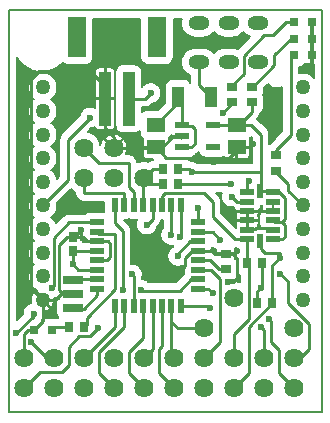
<source format=gbr>
G04 #@! TF.FileFunction,Copper,L1,Top,Signal*
%FSLAX46Y46*%
G04 Gerber Fmt 4.6, Leading zero omitted, Abs format (unit mm)*
G04 Created by KiCad (PCBNEW 4.0.2+dfsg1-stable) date Wed 18 Jan 2017 17:06:10 CET*
%MOMM*%
G01*
G04 APERTURE LIST*
%ADD10C,0.100000*%
%ADD11C,0.150000*%
%ADD12R,1.000000X4.600000*%
%ADD13R,1.600000X3.400000*%
%ADD14R,1.270000X0.558800*%
%ADD15R,0.558800X1.270000*%
%ADD16C,1.270000*%
%ADD17R,1.200000X0.550000*%
%ADD18R,0.740000X0.925000*%
%ADD19R,0.700000X0.900000*%
%ADD20R,0.800000X0.800000*%
%ADD21R,0.900000X0.700000*%
%ADD22R,1.500000X1.300000*%
%ADD23R,1.000000X1.800000*%
%ADD24R,1.200000X0.500000*%
%ADD25R,0.500000X1.200000*%
%ADD26R,1.700000X0.700000*%
%ADD27C,1.625600*%
%ADD28O,1.800000X1.200000*%
%ADD29C,0.600000*%
%ADD30C,0.250000*%
%ADD31C,0.254000*%
%ADD32C,0.203200*%
G04 APERTURE END LIST*
D10*
D11*
X59600Y43400D02*
X26559600Y43400D01*
X26559600Y43400D02*
X26559600Y34043400D01*
X26559600Y34043400D02*
X59600Y34043400D01*
X59600Y34043400D02*
X59600Y43400D01*
D12*
X8203600Y26569400D03*
X10203600Y26569400D03*
D13*
X5803600Y31769400D03*
X12603600Y31769400D03*
D14*
X7537000Y16097400D03*
X7537000Y15297400D03*
X7537000Y14497400D03*
X7537000Y13697400D03*
X7537000Y12897400D03*
X7537000Y12097400D03*
X7537000Y11297400D03*
X7537000Y10497400D03*
D15*
X9029600Y9004800D03*
X9829600Y9004800D03*
X10629600Y9004800D03*
X11429600Y9004800D03*
X12229600Y9004800D03*
X13029600Y9004800D03*
X13829600Y9004800D03*
X14629600Y9004800D03*
D14*
X16122200Y10497400D03*
X16122200Y11297400D03*
X16122200Y12097400D03*
X16122200Y12897400D03*
X16122200Y13697400D03*
X16122200Y14497400D03*
X16122200Y15297400D03*
X16122200Y16097400D03*
D15*
X14629600Y17590000D03*
X13829600Y17590000D03*
X13029600Y17590000D03*
X12229600Y17590000D03*
X11429600Y17590000D03*
X10629600Y17590000D03*
X9829600Y17590000D03*
X9029600Y17590000D03*
D16*
X2929600Y27537400D03*
X2929600Y25537400D03*
X2929600Y23537400D03*
X2929600Y21537400D03*
X2929600Y19537400D03*
X2929600Y17537400D03*
X2929600Y15537400D03*
X2929600Y13537400D03*
X2929600Y11537400D03*
X2929600Y9537400D03*
X24929600Y9537400D03*
X24929600Y11537400D03*
X24929600Y13537400D03*
X24929600Y15537400D03*
X24929600Y17537400D03*
X24929600Y19537400D03*
X24929600Y21537400D03*
X24929600Y23537400D03*
X24929600Y25537400D03*
X24929600Y27537400D03*
D17*
X14761500Y24361400D03*
X14761500Y23411400D03*
X14761500Y22461400D03*
X17361700Y22461400D03*
X17361700Y24361400D03*
D18*
X5483600Y13665400D03*
X5483600Y14865400D03*
D19*
X13125600Y20617400D03*
X14425600Y20617400D03*
D20*
X25701600Y33063400D03*
X24201600Y33063400D03*
D21*
X18986500Y26274000D03*
X18986500Y27574000D03*
D20*
X25701600Y30244000D03*
X24201600Y30244000D03*
D21*
X22665600Y20475400D03*
X22665600Y21775400D03*
D22*
X12505600Y24361400D03*
X12505600Y22461400D03*
X19363600Y24361400D03*
X19363600Y22461400D03*
D19*
X14425600Y19347400D03*
X13125600Y19347400D03*
D23*
X17207600Y26713400D03*
X14407600Y26713400D03*
D20*
X25701600Y31666400D03*
X24201600Y31666400D03*
D21*
X20637500Y26274000D03*
X20637500Y27574000D03*
X18429600Y13447400D03*
X18429600Y12147400D03*
D24*
X22456600Y18665400D03*
X22456600Y17865400D03*
X22456600Y17065400D03*
X22456600Y16265400D03*
X22456600Y15465400D03*
X22456600Y14665400D03*
D25*
X21356600Y14565400D03*
D24*
X20256600Y14665400D03*
X20256600Y15465400D03*
X20256600Y16265400D03*
X20256600Y17065400D03*
X20256600Y17865400D03*
X20256600Y18665400D03*
D25*
X21356600Y18765400D03*
D19*
X21087600Y9284400D03*
X22387600Y9284400D03*
X21498600Y12635400D03*
X20198600Y12635400D03*
D26*
X5529600Y11235400D03*
X5529600Y10035400D03*
X5529600Y8835400D03*
D27*
X1329600Y2075400D03*
X1329600Y4615400D03*
X3869600Y2075400D03*
X3869600Y4615400D03*
X6409600Y2075400D03*
X6409600Y4615400D03*
X8949600Y2075400D03*
X8949600Y4615400D03*
X11489600Y2075400D03*
X11489600Y4615400D03*
X14029600Y2075400D03*
X14029600Y4615400D03*
X16569600Y2075400D03*
X16569600Y4615400D03*
X19109600Y2075400D03*
X19109600Y4615400D03*
X21649600Y2075400D03*
X21649600Y4615400D03*
X24189600Y2075400D03*
X24189600Y4615400D03*
X11489600Y19855400D03*
X6409600Y19855400D03*
X6409600Y22395400D03*
X24189600Y7155400D03*
X19109600Y9695400D03*
X8949600Y22395400D03*
X8949600Y19855400D03*
X16569600Y7155400D03*
D20*
X2230600Y7028400D03*
X3730600Y7028400D03*
D19*
X6424600Y7282400D03*
X5124600Y7282400D03*
D28*
X21169000Y29655500D03*
X18669000Y29655500D03*
X16169000Y29655500D03*
X21169000Y32955500D03*
X18669000Y32955500D03*
X16169000Y32955500D03*
D29*
X22529800Y24498300D03*
X12124600Y12362400D03*
X5524500Y17487900D03*
X6184900Y15443200D03*
X18605500Y11049000D03*
X8255000Y29781500D03*
X18923000Y17208500D03*
X25590500Y29019500D03*
X20764500Y22733000D03*
X17462500Y21209000D03*
X11290300Y10388600D03*
X7581900Y7150100D03*
X21395600Y10584400D03*
X698500Y6731000D03*
X2159000Y8382000D03*
X15553600Y20363400D03*
X5520600Y12616400D03*
X18855600Y19347400D03*
X12065000Y27051000D03*
X3683000Y10541000D03*
X10490200Y11696700D03*
X14389100Y13246100D03*
X23050500Y11747500D03*
X17966600Y14648400D03*
X16061600Y17315400D03*
X22098000Y7937500D03*
X21399500Y7239000D03*
X14554200Y14833600D03*
X13792200Y15049500D03*
X11743600Y15918400D03*
X23046600Y13124400D03*
X1968500Y5969000D03*
X18161000Y25400000D03*
X6921500Y24955500D03*
X18923000Y18288000D03*
X20383500Y19621500D03*
X17081500Y8826500D03*
X17335500Y10096500D03*
X9715500Y10350500D03*
D30*
X22479000Y25031700D02*
X22479000Y24549100D01*
X22479000Y24549100D02*
X22529800Y24498300D01*
X16122200Y13697400D02*
X15577000Y13697400D01*
X15577000Y13697400D02*
X14973300Y13093700D01*
X12460100Y12026900D02*
X12124600Y12362400D01*
X14630400Y12026900D02*
X12460100Y12026900D01*
X14973300Y12369800D02*
X14630400Y12026900D01*
X14973300Y13093700D02*
X14973300Y12369800D01*
X5483600Y14865400D02*
X5607100Y14865400D01*
X5607100Y14865400D02*
X6184900Y15443200D01*
X1329600Y4615400D02*
X1329600Y6663600D01*
X1694400Y7028400D02*
X2230600Y7028400D01*
X1329600Y6663600D02*
X1694400Y7028400D01*
X1329600Y4615400D02*
X1329600Y5274400D01*
X2929600Y9537400D02*
X2929600Y7727400D01*
X2929600Y7727400D02*
X2230600Y7028400D01*
X5529600Y10035400D02*
X4447400Y10035400D01*
X3949400Y9537400D02*
X2929600Y9537400D01*
X4447400Y10035400D02*
X3949400Y9537400D01*
X5529600Y10035400D02*
X4616402Y10035400D01*
X4959400Y14865400D02*
X5483600Y14865400D01*
X4301302Y14207302D02*
X4959400Y14865400D01*
X4301302Y10350500D02*
X4301302Y14207302D01*
X4616402Y10035400D02*
X4301302Y10350500D01*
X19001100Y13447400D02*
X19367500Y13081000D01*
X19367500Y13081000D02*
X19367500Y11366500D01*
X19367500Y11366500D02*
X19050000Y11049000D01*
X19050000Y11049000D02*
X18605500Y11049000D01*
X18429600Y13447400D02*
X19001100Y13447400D01*
X8203600Y26569400D02*
X8203600Y29730100D01*
X8203600Y29730100D02*
X8255000Y29781500D01*
X20256600Y17065400D02*
X19066100Y17065400D01*
X19066100Y17065400D02*
X18923000Y17208500D01*
X25701600Y33063400D02*
X25701600Y31666400D01*
X25701600Y30244000D02*
X25701600Y31666400D01*
X19363600Y22461400D02*
X20492900Y22461400D01*
X25701600Y29130600D02*
X25701600Y30244000D01*
X25590500Y29019500D02*
X25701600Y29130600D01*
X20492900Y22461400D02*
X20764500Y22733000D01*
X2929600Y9537400D02*
X2929600Y9643400D01*
X2929600Y9643400D02*
X1905000Y10668000D01*
X6413500Y29464000D02*
X8203600Y27673900D01*
X4508500Y29464000D02*
X6413500Y29464000D01*
X4000500Y28956000D02*
X4508500Y29464000D01*
X2603500Y28956000D02*
X4000500Y28956000D01*
X1905000Y28257500D02*
X2603500Y28956000D01*
X1905000Y10668000D02*
X1905000Y28257500D01*
X8203600Y27673900D02*
X8203600Y26569400D01*
X5483600Y14865400D02*
X5149900Y14865400D01*
X7537000Y14497400D02*
X6711600Y14497400D01*
X6343600Y14865400D02*
X5483600Y14865400D01*
X6711600Y14497400D02*
X6343600Y14865400D01*
X7537000Y14497400D02*
X8426100Y14497400D01*
X8388900Y12897400D02*
X7537000Y12897400D01*
X8646798Y13155298D02*
X8388900Y12897400D01*
X8646798Y14276702D02*
X8646798Y13155298D01*
X8426100Y14497400D02*
X8646798Y14276702D01*
X18429600Y13447400D02*
X17540600Y13447400D01*
X17290600Y13697400D02*
X16122200Y13697400D01*
X17540600Y13447400D02*
X17290600Y13697400D01*
X17462500Y21209000D02*
X17462500Y21590000D01*
X19363600Y22221100D02*
X18732500Y21590000D01*
X18732500Y21590000D02*
X17462500Y21590000D01*
X13377000Y21590000D02*
X12505600Y22461400D01*
X17462500Y21590000D02*
X13377000Y21590000D01*
X14761500Y23411400D02*
X14013400Y23411400D01*
X14013400Y23411400D02*
X13063400Y22461400D01*
X13063400Y22461400D02*
X12505600Y22461400D01*
X8949600Y22395400D02*
X12439600Y22395400D01*
X12439600Y22395400D02*
X12505600Y22461400D01*
X8949600Y22395400D02*
X8949600Y23308400D01*
X8203600Y24054400D02*
X8203600Y26569400D01*
X8949600Y23308400D02*
X8203600Y24054400D01*
D31*
X20256600Y16265400D02*
X20256600Y17065400D01*
X20256600Y15465400D02*
X20256600Y16265400D01*
X20256600Y17065400D02*
X22456600Y17065400D01*
D32*
X22456600Y17065400D02*
X22456600Y17865400D01*
D31*
X20256600Y15465400D02*
X20688600Y15465400D01*
X20688600Y15465400D02*
X20760600Y15537400D01*
X20760600Y15537400D02*
X20887600Y15537400D01*
X20887600Y15537400D02*
X21014600Y15664400D01*
X21014600Y15664400D02*
X21776600Y15664400D01*
X21776600Y15664400D02*
X21903600Y15537400D01*
X21903600Y15537400D02*
X22384600Y15537400D01*
X22384600Y15537400D02*
X22456600Y15465400D01*
X7513000Y14521400D02*
X7537000Y14497400D01*
X12505600Y22461400D02*
X13079600Y22461400D01*
X14761500Y23411400D02*
X14634500Y23284400D01*
D30*
X16122200Y11297400D02*
X15526500Y11297400D01*
X15526500Y11297400D02*
X14554200Y10325100D01*
X14554200Y10325100D02*
X11366500Y10325100D01*
X11366500Y10325100D02*
X11303000Y10388600D01*
X11303000Y10388600D02*
X11290300Y10388600D01*
X2683200Y3429000D02*
X1329600Y2075400D01*
X4533900Y3429000D02*
X2683200Y3429000D01*
X5118100Y4013200D02*
X4533900Y3429000D01*
X5118100Y5549900D02*
X5118100Y4013200D01*
X6045200Y6477000D02*
X5118100Y5549900D01*
X6908800Y6477000D02*
X6045200Y6477000D01*
X7581900Y7150100D02*
X6908800Y6477000D01*
X698500Y6731000D02*
X2159000Y8191500D01*
X2159000Y8191500D02*
X2159000Y8382000D01*
X19363600Y24361400D02*
X19535400Y24361400D01*
X19535400Y24361400D02*
X20637500Y25463500D01*
X20637500Y25463500D02*
X20637500Y26274000D01*
X7537000Y13697400D02*
X5515600Y13697400D01*
X5515600Y13697400D02*
X5483600Y13665400D01*
D31*
X21356600Y18765400D02*
X22356600Y18765400D01*
D32*
X22356600Y18765400D02*
X22456600Y18665400D01*
X22456600Y18665400D02*
X22556600Y18765400D01*
D31*
X7455000Y13615400D02*
X7537000Y13697400D01*
X7526000Y12108400D02*
X7537000Y12097400D01*
X19363600Y24361400D02*
X17361700Y24361400D01*
X20572600Y24361400D02*
X19363600Y24361400D01*
X21395600Y23538400D02*
X20572600Y24361400D01*
X21395600Y20363400D02*
X21395600Y18804400D01*
X21395600Y20363400D02*
X21395600Y23538400D01*
X21395600Y18804400D02*
X21356600Y18765400D01*
X5520600Y12616400D02*
X5520600Y13578400D01*
X5520600Y13578400D02*
X5483600Y13665400D01*
X5901600Y12108400D02*
X7526000Y12108400D01*
X5520600Y12616400D02*
X5901600Y12108400D01*
X15553600Y20363400D02*
X21395600Y20363400D01*
X23190600Y14665400D02*
X22456600Y14665400D01*
X23427600Y14902400D02*
X23190600Y14665400D01*
X23427600Y15918400D02*
X23427600Y14902400D01*
X23173600Y16172400D02*
X23427600Y15918400D01*
X23173600Y16172400D02*
X22549600Y16172400D01*
X22549600Y16172400D02*
X22456600Y16265400D01*
X22456600Y18665400D02*
X22966600Y18665400D01*
X22966600Y18665400D02*
X23427600Y18204400D01*
X23427600Y18204400D02*
X23427600Y16426400D01*
X23427600Y16426400D02*
X23173600Y16172400D01*
X21522600Y12611400D02*
X21498600Y12635400D01*
X15299600Y20617400D02*
X14425600Y20617400D01*
X15553600Y20363400D02*
X15299600Y20617400D01*
X21087600Y10276400D02*
X21087600Y9284400D01*
X21395600Y10584400D02*
X21087600Y10276400D01*
X21522600Y10711400D02*
X21522600Y12611400D01*
X21395600Y10584400D02*
X21522600Y10711400D01*
X14407600Y26263400D02*
X14407600Y26713400D01*
X12505600Y24361400D02*
X14407600Y26263400D01*
X15492600Y22461400D02*
X14761500Y22461400D01*
X15807600Y22776400D02*
X15492600Y22461400D01*
X15807600Y24046400D02*
X15807600Y22776400D01*
X15553600Y24300400D02*
X15807600Y24046400D01*
X14822500Y24300400D02*
X15553600Y24300400D01*
X14761500Y24361400D02*
X14822500Y24300400D01*
X14761500Y26359500D02*
X14761500Y24361400D01*
X14407600Y26713400D02*
X14761500Y26359500D01*
X14425600Y19347400D02*
X18855600Y19347400D01*
X11429600Y17590000D02*
X11429600Y19795400D01*
X11429600Y19795400D02*
X11489600Y19855400D01*
X11997600Y19347400D02*
X13125600Y19347400D01*
X11489600Y19855400D02*
X11997600Y19347400D01*
X12251600Y20617400D02*
X13125600Y20617400D01*
X11489600Y19855400D02*
X12251600Y20617400D01*
X18429600Y12147400D02*
X17879600Y12147400D01*
X17129600Y12897400D02*
X16122200Y12897400D01*
X17879600Y12147400D02*
X17129600Y12897400D01*
D30*
X10203600Y26569400D02*
X11583400Y26569400D01*
X11583400Y26569400D02*
X12065000Y27051000D01*
X16169000Y29655500D02*
X16169000Y27752000D01*
X16169000Y27752000D02*
X17207600Y26713400D01*
X3683000Y10541000D02*
X3873500Y10731500D01*
X3873500Y10731500D02*
X3873500Y14795500D01*
X3873500Y14795500D02*
X5175400Y16097400D01*
X5175400Y16097400D02*
X7537000Y16097400D01*
D31*
X7485000Y16045400D02*
X7537000Y16097400D01*
X6409600Y7155400D02*
X6663600Y7409400D01*
X6663600Y7409400D02*
X6663600Y8044400D01*
X6663600Y8044400D02*
X9076600Y10457400D01*
X9076600Y10457400D02*
X9076600Y15156400D01*
X9076600Y15156400D02*
X7678000Y15156400D01*
X7678000Y15156400D02*
X7537000Y15297400D01*
X6663600Y7409400D02*
X6409600Y7409400D01*
X6409600Y7155400D02*
X6409600Y7409400D01*
X7537000Y11297400D02*
X5591600Y11297400D01*
X5591600Y11297400D02*
X5529600Y11235400D01*
X7537000Y9933800D02*
X7537000Y10497400D01*
X6409600Y8806400D02*
X7537000Y9933800D01*
X5558600Y8806400D02*
X6409600Y8806400D01*
X5529600Y8835400D02*
X5558600Y8806400D01*
X9029600Y7235400D02*
X9029600Y9004800D01*
X6409600Y4615400D02*
X9029600Y7235400D01*
X9829600Y7273400D02*
X9829600Y9004800D01*
X7679600Y5123400D02*
X9829600Y7273400D01*
X7679600Y3345400D02*
X7679600Y5123400D01*
X8949600Y2075400D02*
X7679600Y3345400D01*
D30*
X10629600Y9004800D02*
X10629600Y11557300D01*
X10629600Y11557300D02*
X10490200Y11696700D01*
D31*
X11429600Y6333400D02*
X11429600Y9004800D01*
X10219600Y5123400D02*
X11429600Y6333400D01*
X10219600Y3345400D02*
X10219600Y5123400D01*
X11489600Y2075400D02*
X10219600Y3345400D01*
X12229600Y5355400D02*
X12229600Y9004800D01*
X11489600Y4615400D02*
X12229600Y5355400D01*
X13029600Y5647400D02*
X13029600Y9004800D01*
X12759600Y5377400D02*
X13029600Y5647400D01*
X12759600Y3345400D02*
X12759600Y5377400D01*
X14029600Y2075400D02*
X12759600Y3345400D01*
D30*
X16569600Y7155400D02*
X14371100Y7155400D01*
X14371100Y7155400D02*
X13829600Y7696900D01*
D31*
X13829600Y4815400D02*
X13829600Y7696900D01*
X13829600Y7696900D02*
X13829600Y9004800D01*
X14029600Y4615400D02*
X13829600Y4815400D01*
X17215600Y12097400D02*
X16122200Y12097400D01*
X17966600Y11346400D02*
X17215600Y12097400D01*
X17966600Y6012400D02*
X17966600Y11346400D01*
X16569600Y4615400D02*
X17966600Y6012400D01*
D30*
X16122200Y14497400D02*
X15437200Y14497400D01*
X14389100Y13449300D02*
X14389100Y13246100D01*
X15437200Y14497400D02*
X14389100Y13449300D01*
D31*
X16098200Y14521400D02*
X16122200Y14497400D01*
D30*
X23681600Y9314400D02*
X23681600Y11116400D01*
D31*
X25459600Y7536400D02*
X23681600Y9314400D01*
X25459600Y5377400D02*
X25459600Y7536400D01*
X24697600Y4615400D02*
X25459600Y5377400D01*
D30*
X23681600Y11116400D02*
X23050500Y11747500D01*
D31*
X17966600Y14648400D02*
X17331600Y15283400D01*
X17331600Y15283400D02*
X16136200Y15283400D01*
X16136200Y15283400D02*
X16122200Y15297400D01*
X24189600Y4615400D02*
X24697600Y4615400D01*
X16061600Y16158000D02*
X16061600Y17315400D01*
D30*
X22923500Y3341500D02*
X24189600Y2075400D01*
X22923500Y5334000D02*
X22923500Y3341500D01*
X22288500Y5969000D02*
X22923500Y5334000D01*
X22288500Y7747000D02*
X22288500Y5969000D01*
X22098000Y7937500D02*
X22288500Y7747000D01*
D31*
X16061600Y16158000D02*
X16122200Y16097400D01*
D30*
X21649600Y6988900D02*
X21399500Y7239000D01*
X21649600Y4615400D02*
X21649600Y6988900D01*
X14629600Y14909000D02*
X14629600Y17590000D01*
X14554200Y14833600D02*
X14629600Y14909000D01*
X13829600Y15086900D02*
X13829600Y17590000D01*
X13792200Y15049500D02*
X13829600Y15086900D01*
X13843000Y17576600D02*
X13829600Y17590000D01*
D31*
X20252600Y14661400D02*
X20256600Y14665400D01*
X13267600Y18585400D02*
X13013600Y18331400D01*
X13013600Y18331400D02*
X13013600Y17606000D01*
X13013600Y17606000D02*
X13029600Y17590000D01*
X20252600Y12689400D02*
X20252600Y14661400D01*
X20198600Y12635400D02*
X20252600Y12689400D01*
X20256600Y14665400D02*
X19219600Y14665400D01*
X19219600Y14665400D02*
X17331600Y16553400D01*
X17331600Y16553400D02*
X17331600Y17823400D01*
X17331600Y17823400D02*
X16569600Y18585400D01*
X16569600Y18585400D02*
X13267600Y18585400D01*
X19109600Y4615400D02*
X19109600Y6647400D01*
X19109600Y6647400D02*
X20379600Y7917400D01*
X20379600Y7917400D02*
X20379600Y12454400D01*
X20379600Y12454400D02*
X20198600Y12635400D01*
X20379600Y7276400D02*
X22387600Y9284400D01*
X12229600Y16404400D02*
X12229600Y17590000D01*
X11743600Y15918400D02*
X12229600Y16404400D01*
X23046600Y13124400D02*
X23046600Y13505400D01*
X23046600Y13505400D02*
X21776600Y13505400D01*
X21776600Y13505400D02*
X21395600Y13886400D01*
X21395600Y13886400D02*
X21395600Y14526400D01*
X21395600Y14526400D02*
X21356600Y14565400D01*
X22387600Y12465400D02*
X23046600Y13124400D01*
X19109600Y2075400D02*
X20379600Y3345400D01*
X20379600Y3345400D02*
X20379600Y7276400D01*
X22387600Y9284400D02*
X22387600Y12465400D01*
D30*
X1968500Y5969000D02*
X3322100Y4615400D01*
X3322100Y4615400D02*
X3869600Y4615400D01*
D31*
X10219600Y21125400D02*
X10219600Y19093400D01*
X10219600Y19093400D02*
X10629600Y18683400D01*
X10629600Y18683400D02*
X10629600Y17590000D01*
X7679600Y21125400D02*
X10219600Y21125400D01*
X6409600Y22395400D02*
X7679600Y21125400D01*
X9829600Y18585400D02*
X9829600Y17590000D01*
X6409600Y19855400D02*
X6409600Y18585400D01*
X6409600Y18585400D02*
X9829600Y18585400D01*
D30*
X20637500Y27574000D02*
X20716000Y27574000D01*
X20716000Y27574000D02*
X22542500Y29400500D01*
X22542500Y29400500D02*
X22542500Y30289500D01*
X22542500Y30289500D02*
X23919400Y31666400D01*
X23919400Y31666400D02*
X24201600Y31666400D01*
D31*
X24201600Y31666400D02*
X24189600Y31666400D01*
D30*
X18986500Y26274000D02*
X18986500Y26225500D01*
X18986500Y26225500D02*
X18161000Y25400000D01*
X5080000Y19687800D02*
X2929600Y17537400D01*
X5080000Y23114000D02*
X5080000Y19687800D01*
X6921500Y24955500D02*
X5080000Y23114000D01*
X18986500Y27574000D02*
X18986500Y27749500D01*
X18986500Y27749500D02*
X19939000Y28702000D01*
X19939000Y28702000D02*
X19939000Y30226000D01*
X19939000Y30226000D02*
X21653500Y31940500D01*
X21653500Y31940500D02*
X22415500Y31940500D01*
X22415500Y31940500D02*
X23538400Y33063400D01*
X23538400Y33063400D02*
X24201600Y33063400D01*
D31*
X22665600Y20363400D02*
X22665600Y20475400D01*
X23681600Y19347400D02*
X22665600Y20363400D01*
X23681600Y18785400D02*
X23681600Y19347400D01*
X24929600Y17537400D02*
X23681600Y18785400D01*
X22665600Y21887400D02*
X22665600Y22230300D01*
X22665600Y22230300D02*
X23935600Y23500300D01*
X23935600Y23500300D02*
X23935600Y30015400D01*
X23935600Y30015400D02*
X24189600Y30269400D01*
X24189600Y30269400D02*
X24189600Y30142400D01*
X3996600Y7282400D02*
X5012600Y7282400D01*
X3742600Y7028400D02*
X3996600Y7282400D01*
D30*
X20256600Y17865400D02*
X19345600Y17865400D01*
X19345600Y17865400D02*
X18923000Y18288000D01*
X20256600Y18665400D02*
X20256600Y19494600D01*
X20256600Y19494600D02*
X20383500Y19621500D01*
X14629600Y9004800D02*
X16903200Y9004800D01*
X16903200Y9004800D02*
X17081500Y8826500D01*
X16934600Y10497400D02*
X16122200Y10497400D01*
X17335500Y10096500D02*
X16934600Y10497400D01*
X9029600Y17590000D02*
X9029600Y16052900D01*
X9715500Y15367000D02*
X9715500Y10350500D01*
X9029600Y16052900D02*
X9715500Y15367000D01*
D31*
X9009000Y17569400D02*
X9029600Y17590000D01*
D32*
G36*
X1379098Y4629542D02*
X1364955Y4615400D01*
X1379098Y4601258D01*
X1343742Y4565902D01*
X1329600Y4580045D01*
X1315458Y4565902D01*
X1280102Y4601258D01*
X1294245Y4615400D01*
X1280102Y4629542D01*
X1315458Y4664898D01*
X1329600Y4650755D01*
X1343742Y4664898D01*
X1379098Y4629542D01*
X1379098Y4629542D01*
G37*
X1379098Y4629542D02*
X1364955Y4615400D01*
X1379098Y4601258D01*
X1343742Y4565902D01*
X1329600Y4580045D01*
X1315458Y4565902D01*
X1280102Y4601258D01*
X1294245Y4615400D01*
X1280102Y4629542D01*
X1315458Y4664898D01*
X1329600Y4650755D01*
X1343742Y4664898D01*
X1379098Y4629542D01*
G36*
X2255600Y7053400D02*
X2275600Y7053400D01*
X2275600Y7003400D01*
X2255600Y7003400D01*
X2255600Y6983400D01*
X2205600Y6983400D01*
X2205600Y7003400D01*
X2185600Y7003400D01*
X2185600Y7053400D01*
X2205600Y7053400D01*
X2205600Y7073400D01*
X2255600Y7073400D01*
X2255600Y7053400D01*
X2255600Y7053400D01*
G37*
X2255600Y7053400D02*
X2275600Y7053400D01*
X2275600Y7003400D01*
X2255600Y7003400D01*
X2255600Y6983400D01*
X2205600Y6983400D01*
X2205600Y7003400D01*
X2185600Y7003400D01*
X2185600Y7053400D01*
X2205600Y7053400D01*
X2205600Y7073400D01*
X2255600Y7073400D01*
X2255600Y7053400D01*
G36*
X11191051Y30069400D02*
X11198792Y29972324D01*
X11249782Y29807671D01*
X11344624Y29663743D01*
X11475808Y29551936D01*
X11632948Y29481102D01*
X11803600Y29456851D01*
X13403600Y29456851D01*
X13500676Y29464592D01*
X13665329Y29515582D01*
X13809257Y29610424D01*
X13921064Y29741608D01*
X13991898Y29898748D01*
X14016149Y30069400D01*
X14016149Y33358800D01*
X14726353Y33358800D01*
X14676802Y33198724D01*
X14652125Y32963945D01*
X14673521Y32728844D01*
X14740174Y32502376D01*
X14849546Y32293168D01*
X14997470Y32109187D01*
X15178312Y31957443D01*
X15385184Y31843714D01*
X15610206Y31772333D01*
X15844807Y31746018D01*
X15861696Y31745900D01*
X16476304Y31745900D01*
X16711250Y31768937D01*
X16937247Y31837169D01*
X17145686Y31947998D01*
X17328630Y32097203D01*
X17419140Y32206611D01*
X17497470Y32109187D01*
X17678312Y31957443D01*
X17885184Y31843714D01*
X18110206Y31772333D01*
X18344807Y31746018D01*
X18361696Y31745900D01*
X18976304Y31745900D01*
X19211250Y31768937D01*
X19437247Y31837169D01*
X19645686Y31947998D01*
X19828630Y32097203D01*
X19919140Y32206611D01*
X19997470Y32109187D01*
X20178312Y31957443D01*
X20385184Y31843714D01*
X20485887Y31811769D01*
X19444152Y30770034D01*
X19227794Y30838667D01*
X18993193Y30864982D01*
X18976304Y30865100D01*
X18361696Y30865100D01*
X18126750Y30842063D01*
X17900753Y30773831D01*
X17692314Y30663002D01*
X17509370Y30513797D01*
X17418860Y30404389D01*
X17340530Y30501813D01*
X17159688Y30653557D01*
X16952816Y30767286D01*
X16727794Y30838667D01*
X16493193Y30864982D01*
X16476304Y30865100D01*
X15861696Y30865100D01*
X15626750Y30842063D01*
X15400753Y30773831D01*
X15192314Y30663002D01*
X15009370Y30513797D01*
X14858892Y30331900D01*
X14746610Y30124239D01*
X14676802Y29898724D01*
X14652125Y29663945D01*
X14673521Y29428844D01*
X14740174Y29202376D01*
X14849546Y28993168D01*
X14997470Y28809187D01*
X15178312Y28657443D01*
X15385184Y28543714D01*
X15434400Y28528102D01*
X15434400Y27916130D01*
X15366576Y28019057D01*
X15235392Y28130864D01*
X15078252Y28201698D01*
X14907600Y28225949D01*
X13907600Y28225949D01*
X13810524Y28218208D01*
X13645871Y28167218D01*
X13501943Y28072376D01*
X13390136Y27941192D01*
X13319302Y27784052D01*
X13295051Y27613400D01*
X13295051Y26192561D01*
X12726439Y25623949D01*
X11755600Y25623949D01*
X11658524Y25616208D01*
X11493871Y25565218D01*
X11349943Y25470376D01*
X11316149Y25430725D01*
X11316149Y25834800D01*
X11583400Y25834800D01*
X11650957Y25841424D01*
X11718530Y25847336D01*
X11722236Y25848413D01*
X11726085Y25848790D01*
X11791087Y25868415D01*
X11856207Y25887334D01*
X11859636Y25889112D01*
X11863334Y25890228D01*
X11923252Y25922087D01*
X11983492Y25953313D01*
X11986510Y25955723D01*
X11989921Y25957536D01*
X12042505Y26000422D01*
X12095537Y26042757D01*
X12100916Y26048061D01*
X12101024Y26048149D01*
X12101106Y26048249D01*
X12102841Y26049959D01*
X12204874Y26151992D01*
X12310793Y26170668D01*
X12477103Y26235176D01*
X12627715Y26330757D01*
X12756894Y26453773D01*
X12859719Y26599537D01*
X12932274Y26762496D01*
X12971794Y26936445D01*
X12974639Y27140191D01*
X12939991Y27315175D01*
X12872015Y27480097D01*
X12773300Y27628675D01*
X12647606Y27755250D01*
X12499721Y27855000D01*
X12335277Y27924125D01*
X12160539Y27959994D01*
X11982162Y27961239D01*
X11806940Y27927814D01*
X11641547Y27860991D01*
X11492283Y27763316D01*
X11364835Y27638509D01*
X11316149Y27567405D01*
X11316149Y28869400D01*
X11308408Y28966476D01*
X11257418Y29131129D01*
X11162576Y29275057D01*
X11031392Y29386864D01*
X10874252Y29457698D01*
X10703600Y29481949D01*
X9703600Y29481949D01*
X9606524Y29474208D01*
X9441871Y29423218D01*
X9297943Y29328376D01*
X9186136Y29197192D01*
X9115302Y29040052D01*
X9091051Y28869400D01*
X9091051Y24269400D01*
X9098792Y24172324D01*
X9149782Y24007671D01*
X9244624Y23863743D01*
X9375808Y23751936D01*
X9532948Y23681102D01*
X9703600Y23656851D01*
X10703600Y23656851D01*
X10800676Y23664592D01*
X10965329Y23715582D01*
X11109257Y23810424D01*
X11143051Y23850075D01*
X11143051Y23711400D01*
X11150792Y23614324D01*
X11201782Y23449671D01*
X11296624Y23305743D01*
X11412809Y23206719D01*
X11400800Y23146345D01*
X11400800Y22575100D01*
X11489500Y22486400D01*
X12480600Y22486400D01*
X12480600Y22506400D01*
X12530600Y22506400D01*
X12530600Y22486400D01*
X12550600Y22486400D01*
X12550600Y22436400D01*
X12530600Y22436400D01*
X12530600Y22416400D01*
X12480600Y22416400D01*
X12480600Y22436400D01*
X11489500Y22436400D01*
X11400800Y22347700D01*
X11400800Y21776455D01*
X11414435Y21707908D01*
X11441180Y21643339D01*
X11480009Y21585228D01*
X11529428Y21535809D01*
X11587539Y21496980D01*
X11652109Y21470235D01*
X11720655Y21456600D01*
X12310474Y21456600D01*
X12258136Y21395192D01*
X12239012Y21352766D01*
X12183918Y21347364D01*
X12116102Y21341431D01*
X12112381Y21340350D01*
X12108527Y21339972D01*
X12043395Y21320307D01*
X11978051Y21301323D01*
X11974613Y21299541D01*
X11970904Y21298421D01*
X11910827Y21266477D01*
X11850419Y21235165D01*
X11848714Y21233804D01*
X11639001Y21276852D01*
X11360060Y21278800D01*
X11086054Y21226530D01*
X10951610Y21172211D01*
X10949434Y21194405D01*
X10943153Y21263425D01*
X10942424Y21265901D01*
X10942172Y21268473D01*
X10922132Y21334847D01*
X10902564Y21401335D01*
X10901367Y21403624D01*
X10900621Y21406096D01*
X10868088Y21467282D01*
X10835961Y21528735D01*
X10834342Y21530749D01*
X10833130Y21533028D01*
X10789324Y21586740D01*
X10745881Y21640772D01*
X10743903Y21642432D01*
X10742270Y21644434D01*
X10688893Y21688591D01*
X10635755Y21733179D01*
X10633488Y21734425D01*
X10631501Y21736069D01*
X10570601Y21768997D01*
X10509778Y21802435D01*
X10507314Y21803217D01*
X10505044Y21804444D01*
X10438898Y21824920D01*
X10372748Y21845904D01*
X10370178Y21846192D01*
X10367714Y21846955D01*
X10298812Y21854197D01*
X10229885Y21861928D01*
X10224925Y21861963D01*
X10224742Y21861982D01*
X10224558Y21861965D01*
X10219600Y21862000D01*
X9989033Y21862000D01*
X10025304Y21927022D01*
X10096010Y22145881D01*
X10122661Y22374329D01*
X10104232Y22603586D01*
X10041430Y22824844D01*
X9936671Y23029598D01*
X9913259Y23064638D01*
X9733967Y23144411D01*
X8984955Y22395400D01*
X8999098Y22381258D01*
X8963742Y22345902D01*
X8949600Y22360045D01*
X8935458Y22345902D01*
X8900102Y22381258D01*
X8914245Y22395400D01*
X8165233Y23144411D01*
X7985941Y23064638D01*
X7873896Y22863778D01*
X7807580Y22658509D01*
X7777880Y22808508D01*
X7671581Y23066407D01*
X7596265Y23179767D01*
X8200589Y23179767D01*
X8949600Y22430755D01*
X9698611Y23179767D01*
X9618838Y23359059D01*
X9417978Y23471104D01*
X9199119Y23541810D01*
X8970671Y23568461D01*
X8741414Y23550032D01*
X8520156Y23487230D01*
X8315402Y23382471D01*
X8280362Y23359059D01*
X8200589Y23179767D01*
X7596265Y23179767D01*
X7517214Y23298748D01*
X7320659Y23496681D01*
X7089401Y23652666D01*
X6832250Y23760762D01*
X6776987Y23772106D01*
X7061373Y24056492D01*
X7167293Y24075168D01*
X7333603Y24139676D01*
X7365038Y24159625D01*
X7389180Y24101339D01*
X7428009Y24043228D01*
X7477428Y23993809D01*
X7535539Y23954980D01*
X7600108Y23928235D01*
X7668655Y23914600D01*
X8089900Y23914600D01*
X8178600Y24003300D01*
X8178600Y26544400D01*
X8228600Y26544400D01*
X8228600Y24003300D01*
X8317300Y23914600D01*
X8738545Y23914600D01*
X8807092Y23928235D01*
X8871661Y23954980D01*
X8929772Y23993809D01*
X8979191Y24043228D01*
X9018020Y24101339D01*
X9044765Y24165909D01*
X9058400Y24234455D01*
X9058400Y26455700D01*
X8969700Y26544400D01*
X8228600Y26544400D01*
X8178600Y26544400D01*
X7437500Y26544400D01*
X7348800Y26455700D01*
X7348800Y25762619D01*
X7191777Y25828625D01*
X7017039Y25864494D01*
X6838662Y25865739D01*
X6663440Y25832314D01*
X6498047Y25765491D01*
X6348783Y25667816D01*
X6221335Y25543009D01*
X6120555Y25395823D01*
X6050283Y25231866D01*
X6020940Y25093822D01*
X4560559Y23633441D01*
X4517459Y23580971D01*
X4473872Y23529025D01*
X4472013Y23525644D01*
X4469558Y23522655D01*
X4437473Y23462816D01*
X4404803Y23403390D01*
X4403635Y23399707D01*
X4401810Y23396304D01*
X4381974Y23331424D01*
X4361453Y23266732D01*
X4361022Y23262893D01*
X4359893Y23259199D01*
X4353031Y23191649D01*
X4345472Y23124257D01*
X4345419Y23116713D01*
X4345404Y23116565D01*
X4345417Y23116427D01*
X4345400Y23114000D01*
X4345400Y19992082D01*
X4147561Y19794243D01*
X4126845Y19898870D01*
X4033834Y20124531D01*
X3898763Y20327830D01*
X3726776Y20501021D01*
X3674721Y20536133D01*
X3699560Y20551896D01*
X3876315Y20720218D01*
X4017009Y20919665D01*
X4116285Y21142642D01*
X4170360Y21380656D01*
X4174253Y21659439D01*
X4126845Y21898870D01*
X4033834Y22124531D01*
X3898763Y22327830D01*
X3726776Y22501021D01*
X3674721Y22536133D01*
X3699560Y22551896D01*
X3876315Y22720218D01*
X4017009Y22919665D01*
X4116285Y23142642D01*
X4170360Y23380656D01*
X4174253Y23659439D01*
X4126845Y23898870D01*
X4033834Y24124531D01*
X3898763Y24327830D01*
X3726776Y24501021D01*
X3674721Y24536133D01*
X3699560Y24551896D01*
X3876315Y24720218D01*
X4017009Y24919665D01*
X4116285Y25142642D01*
X4170360Y25380656D01*
X4174253Y25659439D01*
X4126845Y25898870D01*
X4033834Y26124531D01*
X3898763Y26327830D01*
X3726776Y26501021D01*
X3674721Y26536133D01*
X3699560Y26551896D01*
X3876315Y26720218D01*
X4017009Y26919665D01*
X4116285Y27142642D01*
X4170360Y27380656D01*
X4174253Y27659439D01*
X4126845Y27898870D01*
X4033834Y28124531D01*
X3898763Y28327830D01*
X3726776Y28501021D01*
X3524426Y28637508D01*
X3299419Y28732092D01*
X3060326Y28781171D01*
X2816253Y28782875D01*
X2576498Y28737139D01*
X2350192Y28645706D01*
X2145955Y28512057D01*
X1971568Y28341284D01*
X1833672Y28139892D01*
X1737519Y27915550D01*
X1686772Y27676805D01*
X1683364Y27432751D01*
X1727425Y27192682D01*
X1817276Y26965743D01*
X1949496Y26760579D01*
X2119047Y26585003D01*
X2186154Y26538362D01*
X2145955Y26512057D01*
X1971568Y26341284D01*
X1833672Y26139892D01*
X1737519Y25915550D01*
X1686772Y25676805D01*
X1683364Y25432751D01*
X1727425Y25192682D01*
X1817276Y24965743D01*
X1949496Y24760579D01*
X2119047Y24585003D01*
X2186154Y24538362D01*
X2145955Y24512057D01*
X1971568Y24341284D01*
X1833672Y24139892D01*
X1737519Y23915550D01*
X1686772Y23676805D01*
X1683364Y23432751D01*
X1727425Y23192682D01*
X1817276Y22965743D01*
X1949496Y22760579D01*
X2119047Y22585003D01*
X2186154Y22538362D01*
X2145955Y22512057D01*
X1971568Y22341284D01*
X1833672Y22139892D01*
X1737519Y21915550D01*
X1686772Y21676805D01*
X1683364Y21432751D01*
X1727425Y21192682D01*
X1817276Y20965743D01*
X1949496Y20760579D01*
X2119047Y20585003D01*
X2186154Y20538362D01*
X2145955Y20512057D01*
X1971568Y20341284D01*
X1833672Y20139892D01*
X1737519Y19915550D01*
X1686772Y19676805D01*
X1683364Y19432751D01*
X1727425Y19192682D01*
X1817276Y18965743D01*
X1949496Y18760579D01*
X2119047Y18585003D01*
X2186154Y18538362D01*
X2145955Y18512057D01*
X1971568Y18341284D01*
X1833672Y18139892D01*
X1737519Y17915550D01*
X1686772Y17676805D01*
X1683364Y17432751D01*
X1727425Y17192682D01*
X1817276Y16965743D01*
X1949496Y16760579D01*
X2119047Y16585003D01*
X2186154Y16538362D01*
X2145955Y16512057D01*
X1971568Y16341284D01*
X1833672Y16139892D01*
X1737519Y15915550D01*
X1686772Y15676805D01*
X1683364Y15432751D01*
X1727425Y15192682D01*
X1817276Y14965743D01*
X1949496Y14760579D01*
X2119047Y14585003D01*
X2186154Y14538362D01*
X2145955Y14512057D01*
X1971568Y14341284D01*
X1833672Y14139892D01*
X1737519Y13915550D01*
X1686772Y13676805D01*
X1683364Y13432751D01*
X1727425Y13192682D01*
X1817276Y12965743D01*
X1949496Y12760579D01*
X2119047Y12585003D01*
X2186154Y12538362D01*
X2145955Y12512057D01*
X1971568Y12341284D01*
X1833672Y12139892D01*
X1737519Y11915550D01*
X1686772Y11676805D01*
X1683364Y11432751D01*
X1727425Y11192682D01*
X1817276Y10965743D01*
X1949496Y10760579D01*
X2119047Y10585003D01*
X2319472Y10445704D01*
X2434227Y10395569D01*
X2388778Y10372096D01*
X2365405Y10356480D01*
X2306961Y10195394D01*
X2929600Y9572755D01*
X2943743Y9586897D01*
X2979098Y9551542D01*
X2964955Y9537400D01*
X3587594Y8914761D01*
X3748680Y8973205D01*
X3843010Y9143841D01*
X3902239Y9329600D01*
X3924089Y9523346D01*
X3912759Y9657841D01*
X3928793Y9660668D01*
X4095103Y9725176D01*
X4245715Y9820757D01*
X4324800Y9896069D01*
X4324800Y9677888D01*
X4273943Y9644376D01*
X4162136Y9513192D01*
X4091302Y9356052D01*
X4067051Y9185400D01*
X4067051Y8485400D01*
X4074792Y8388324D01*
X4125782Y8223671D01*
X4220624Y8079743D01*
X4253369Y8051835D01*
X4241366Y8025208D01*
X4130600Y8040949D01*
X3330600Y8040949D01*
X3233524Y8033208D01*
X3068871Y7982218D01*
X2924943Y7887376D01*
X2915248Y7876001D01*
X2953719Y7930537D01*
X3026274Y8093496D01*
X3065794Y8267445D01*
X3068639Y8471191D01*
X3052159Y8554420D01*
X3109831Y8559278D01*
X3297189Y8613234D01*
X3470422Y8702704D01*
X3493795Y8718320D01*
X3552239Y8879406D01*
X2929600Y9502045D01*
X2915458Y9487902D01*
X2880103Y9523257D01*
X2894245Y9537400D01*
X2271606Y10160039D01*
X2110520Y10101595D01*
X2016190Y9930959D01*
X1956961Y9745200D01*
X1935111Y9551454D01*
X1951478Y9357169D01*
X1975696Y9273074D01*
X1900940Y9258814D01*
X1735547Y9191991D01*
X1586283Y9094316D01*
X1458835Y8969509D01*
X1358055Y8822323D01*
X1287783Y8658366D01*
X1250695Y8483883D01*
X1248404Y8319786D01*
X744200Y7815582D01*
X744200Y30068207D01*
X956075Y29739440D01*
X1284334Y29399519D01*
X1672365Y29129830D01*
X2105390Y28940646D01*
X2566913Y28839173D01*
X3039357Y28829277D01*
X3465088Y28904345D01*
X7348800Y28904345D01*
X7348800Y26683100D01*
X7437500Y26594400D01*
X8178600Y26594400D01*
X8178600Y29135500D01*
X8228600Y29135500D01*
X8228600Y26594400D01*
X8969700Y26594400D01*
X9058400Y26683100D01*
X9058400Y28904345D01*
X9044765Y28972891D01*
X9018020Y29037461D01*
X8979191Y29095572D01*
X8929772Y29144991D01*
X8871661Y29183820D01*
X8807092Y29210565D01*
X8738545Y29224200D01*
X8317300Y29224200D01*
X8228600Y29135500D01*
X8178600Y29135500D01*
X8089900Y29224200D01*
X7668655Y29224200D01*
X7600108Y29210565D01*
X7535539Y29183820D01*
X7477428Y29144991D01*
X7428009Y29095572D01*
X7389180Y29037461D01*
X7362435Y28972891D01*
X7348800Y28904345D01*
X3465088Y28904345D01*
X3504725Y28911334D01*
X3945291Y29082219D01*
X4344276Y29335422D01*
X4620837Y29598787D01*
X4675808Y29551936D01*
X4832948Y29481102D01*
X5003600Y29456851D01*
X6603600Y29456851D01*
X6700676Y29464592D01*
X6865329Y29515582D01*
X7009257Y29610424D01*
X7121064Y29741608D01*
X7191898Y29898748D01*
X7216149Y30069400D01*
X7216149Y33358800D01*
X11191051Y33358800D01*
X11191051Y30069400D01*
X11191051Y30069400D01*
G37*
X11191051Y30069400D02*
X11198792Y29972324D01*
X11249782Y29807671D01*
X11344624Y29663743D01*
X11475808Y29551936D01*
X11632948Y29481102D01*
X11803600Y29456851D01*
X13403600Y29456851D01*
X13500676Y29464592D01*
X13665329Y29515582D01*
X13809257Y29610424D01*
X13921064Y29741608D01*
X13991898Y29898748D01*
X14016149Y30069400D01*
X14016149Y33358800D01*
X14726353Y33358800D01*
X14676802Y33198724D01*
X14652125Y32963945D01*
X14673521Y32728844D01*
X14740174Y32502376D01*
X14849546Y32293168D01*
X14997470Y32109187D01*
X15178312Y31957443D01*
X15385184Y31843714D01*
X15610206Y31772333D01*
X15844807Y31746018D01*
X15861696Y31745900D01*
X16476304Y31745900D01*
X16711250Y31768937D01*
X16937247Y31837169D01*
X17145686Y31947998D01*
X17328630Y32097203D01*
X17419140Y32206611D01*
X17497470Y32109187D01*
X17678312Y31957443D01*
X17885184Y31843714D01*
X18110206Y31772333D01*
X18344807Y31746018D01*
X18361696Y31745900D01*
X18976304Y31745900D01*
X19211250Y31768937D01*
X19437247Y31837169D01*
X19645686Y31947998D01*
X19828630Y32097203D01*
X19919140Y32206611D01*
X19997470Y32109187D01*
X20178312Y31957443D01*
X20385184Y31843714D01*
X20485887Y31811769D01*
X19444152Y30770034D01*
X19227794Y30838667D01*
X18993193Y30864982D01*
X18976304Y30865100D01*
X18361696Y30865100D01*
X18126750Y30842063D01*
X17900753Y30773831D01*
X17692314Y30663002D01*
X17509370Y30513797D01*
X17418860Y30404389D01*
X17340530Y30501813D01*
X17159688Y30653557D01*
X16952816Y30767286D01*
X16727794Y30838667D01*
X16493193Y30864982D01*
X16476304Y30865100D01*
X15861696Y30865100D01*
X15626750Y30842063D01*
X15400753Y30773831D01*
X15192314Y30663002D01*
X15009370Y30513797D01*
X14858892Y30331900D01*
X14746610Y30124239D01*
X14676802Y29898724D01*
X14652125Y29663945D01*
X14673521Y29428844D01*
X14740174Y29202376D01*
X14849546Y28993168D01*
X14997470Y28809187D01*
X15178312Y28657443D01*
X15385184Y28543714D01*
X15434400Y28528102D01*
X15434400Y27916130D01*
X15366576Y28019057D01*
X15235392Y28130864D01*
X15078252Y28201698D01*
X14907600Y28225949D01*
X13907600Y28225949D01*
X13810524Y28218208D01*
X13645871Y28167218D01*
X13501943Y28072376D01*
X13390136Y27941192D01*
X13319302Y27784052D01*
X13295051Y27613400D01*
X13295051Y26192561D01*
X12726439Y25623949D01*
X11755600Y25623949D01*
X11658524Y25616208D01*
X11493871Y25565218D01*
X11349943Y25470376D01*
X11316149Y25430725D01*
X11316149Y25834800D01*
X11583400Y25834800D01*
X11650957Y25841424D01*
X11718530Y25847336D01*
X11722236Y25848413D01*
X11726085Y25848790D01*
X11791087Y25868415D01*
X11856207Y25887334D01*
X11859636Y25889112D01*
X11863334Y25890228D01*
X11923252Y25922087D01*
X11983492Y25953313D01*
X11986510Y25955723D01*
X11989921Y25957536D01*
X12042505Y26000422D01*
X12095537Y26042757D01*
X12100916Y26048061D01*
X12101024Y26048149D01*
X12101106Y26048249D01*
X12102841Y26049959D01*
X12204874Y26151992D01*
X12310793Y26170668D01*
X12477103Y26235176D01*
X12627715Y26330757D01*
X12756894Y26453773D01*
X12859719Y26599537D01*
X12932274Y26762496D01*
X12971794Y26936445D01*
X12974639Y27140191D01*
X12939991Y27315175D01*
X12872015Y27480097D01*
X12773300Y27628675D01*
X12647606Y27755250D01*
X12499721Y27855000D01*
X12335277Y27924125D01*
X12160539Y27959994D01*
X11982162Y27961239D01*
X11806940Y27927814D01*
X11641547Y27860991D01*
X11492283Y27763316D01*
X11364835Y27638509D01*
X11316149Y27567405D01*
X11316149Y28869400D01*
X11308408Y28966476D01*
X11257418Y29131129D01*
X11162576Y29275057D01*
X11031392Y29386864D01*
X10874252Y29457698D01*
X10703600Y29481949D01*
X9703600Y29481949D01*
X9606524Y29474208D01*
X9441871Y29423218D01*
X9297943Y29328376D01*
X9186136Y29197192D01*
X9115302Y29040052D01*
X9091051Y28869400D01*
X9091051Y24269400D01*
X9098792Y24172324D01*
X9149782Y24007671D01*
X9244624Y23863743D01*
X9375808Y23751936D01*
X9532948Y23681102D01*
X9703600Y23656851D01*
X10703600Y23656851D01*
X10800676Y23664592D01*
X10965329Y23715582D01*
X11109257Y23810424D01*
X11143051Y23850075D01*
X11143051Y23711400D01*
X11150792Y23614324D01*
X11201782Y23449671D01*
X11296624Y23305743D01*
X11412809Y23206719D01*
X11400800Y23146345D01*
X11400800Y22575100D01*
X11489500Y22486400D01*
X12480600Y22486400D01*
X12480600Y22506400D01*
X12530600Y22506400D01*
X12530600Y22486400D01*
X12550600Y22486400D01*
X12550600Y22436400D01*
X12530600Y22436400D01*
X12530600Y22416400D01*
X12480600Y22416400D01*
X12480600Y22436400D01*
X11489500Y22436400D01*
X11400800Y22347700D01*
X11400800Y21776455D01*
X11414435Y21707908D01*
X11441180Y21643339D01*
X11480009Y21585228D01*
X11529428Y21535809D01*
X11587539Y21496980D01*
X11652109Y21470235D01*
X11720655Y21456600D01*
X12310474Y21456600D01*
X12258136Y21395192D01*
X12239012Y21352766D01*
X12183918Y21347364D01*
X12116102Y21341431D01*
X12112381Y21340350D01*
X12108527Y21339972D01*
X12043395Y21320307D01*
X11978051Y21301323D01*
X11974613Y21299541D01*
X11970904Y21298421D01*
X11910827Y21266477D01*
X11850419Y21235165D01*
X11848714Y21233804D01*
X11639001Y21276852D01*
X11360060Y21278800D01*
X11086054Y21226530D01*
X10951610Y21172211D01*
X10949434Y21194405D01*
X10943153Y21263425D01*
X10942424Y21265901D01*
X10942172Y21268473D01*
X10922132Y21334847D01*
X10902564Y21401335D01*
X10901367Y21403624D01*
X10900621Y21406096D01*
X10868088Y21467282D01*
X10835961Y21528735D01*
X10834342Y21530749D01*
X10833130Y21533028D01*
X10789324Y21586740D01*
X10745881Y21640772D01*
X10743903Y21642432D01*
X10742270Y21644434D01*
X10688893Y21688591D01*
X10635755Y21733179D01*
X10633488Y21734425D01*
X10631501Y21736069D01*
X10570601Y21768997D01*
X10509778Y21802435D01*
X10507314Y21803217D01*
X10505044Y21804444D01*
X10438898Y21824920D01*
X10372748Y21845904D01*
X10370178Y21846192D01*
X10367714Y21846955D01*
X10298812Y21854197D01*
X10229885Y21861928D01*
X10224925Y21861963D01*
X10224742Y21861982D01*
X10224558Y21861965D01*
X10219600Y21862000D01*
X9989033Y21862000D01*
X10025304Y21927022D01*
X10096010Y22145881D01*
X10122661Y22374329D01*
X10104232Y22603586D01*
X10041430Y22824844D01*
X9936671Y23029598D01*
X9913259Y23064638D01*
X9733967Y23144411D01*
X8984955Y22395400D01*
X8999098Y22381258D01*
X8963742Y22345902D01*
X8949600Y22360045D01*
X8935458Y22345902D01*
X8900102Y22381258D01*
X8914245Y22395400D01*
X8165233Y23144411D01*
X7985941Y23064638D01*
X7873896Y22863778D01*
X7807580Y22658509D01*
X7777880Y22808508D01*
X7671581Y23066407D01*
X7596265Y23179767D01*
X8200589Y23179767D01*
X8949600Y22430755D01*
X9698611Y23179767D01*
X9618838Y23359059D01*
X9417978Y23471104D01*
X9199119Y23541810D01*
X8970671Y23568461D01*
X8741414Y23550032D01*
X8520156Y23487230D01*
X8315402Y23382471D01*
X8280362Y23359059D01*
X8200589Y23179767D01*
X7596265Y23179767D01*
X7517214Y23298748D01*
X7320659Y23496681D01*
X7089401Y23652666D01*
X6832250Y23760762D01*
X6776987Y23772106D01*
X7061373Y24056492D01*
X7167293Y24075168D01*
X7333603Y24139676D01*
X7365038Y24159625D01*
X7389180Y24101339D01*
X7428009Y24043228D01*
X7477428Y23993809D01*
X7535539Y23954980D01*
X7600108Y23928235D01*
X7668655Y23914600D01*
X8089900Y23914600D01*
X8178600Y24003300D01*
X8178600Y26544400D01*
X8228600Y26544400D01*
X8228600Y24003300D01*
X8317300Y23914600D01*
X8738545Y23914600D01*
X8807092Y23928235D01*
X8871661Y23954980D01*
X8929772Y23993809D01*
X8979191Y24043228D01*
X9018020Y24101339D01*
X9044765Y24165909D01*
X9058400Y24234455D01*
X9058400Y26455700D01*
X8969700Y26544400D01*
X8228600Y26544400D01*
X8178600Y26544400D01*
X7437500Y26544400D01*
X7348800Y26455700D01*
X7348800Y25762619D01*
X7191777Y25828625D01*
X7017039Y25864494D01*
X6838662Y25865739D01*
X6663440Y25832314D01*
X6498047Y25765491D01*
X6348783Y25667816D01*
X6221335Y25543009D01*
X6120555Y25395823D01*
X6050283Y25231866D01*
X6020940Y25093822D01*
X4560559Y23633441D01*
X4517459Y23580971D01*
X4473872Y23529025D01*
X4472013Y23525644D01*
X4469558Y23522655D01*
X4437473Y23462816D01*
X4404803Y23403390D01*
X4403635Y23399707D01*
X4401810Y23396304D01*
X4381974Y23331424D01*
X4361453Y23266732D01*
X4361022Y23262893D01*
X4359893Y23259199D01*
X4353031Y23191649D01*
X4345472Y23124257D01*
X4345419Y23116713D01*
X4345404Y23116565D01*
X4345417Y23116427D01*
X4345400Y23114000D01*
X4345400Y19992082D01*
X4147561Y19794243D01*
X4126845Y19898870D01*
X4033834Y20124531D01*
X3898763Y20327830D01*
X3726776Y20501021D01*
X3674721Y20536133D01*
X3699560Y20551896D01*
X3876315Y20720218D01*
X4017009Y20919665D01*
X4116285Y21142642D01*
X4170360Y21380656D01*
X4174253Y21659439D01*
X4126845Y21898870D01*
X4033834Y22124531D01*
X3898763Y22327830D01*
X3726776Y22501021D01*
X3674721Y22536133D01*
X3699560Y22551896D01*
X3876315Y22720218D01*
X4017009Y22919665D01*
X4116285Y23142642D01*
X4170360Y23380656D01*
X4174253Y23659439D01*
X4126845Y23898870D01*
X4033834Y24124531D01*
X3898763Y24327830D01*
X3726776Y24501021D01*
X3674721Y24536133D01*
X3699560Y24551896D01*
X3876315Y24720218D01*
X4017009Y24919665D01*
X4116285Y25142642D01*
X4170360Y25380656D01*
X4174253Y25659439D01*
X4126845Y25898870D01*
X4033834Y26124531D01*
X3898763Y26327830D01*
X3726776Y26501021D01*
X3674721Y26536133D01*
X3699560Y26551896D01*
X3876315Y26720218D01*
X4017009Y26919665D01*
X4116285Y27142642D01*
X4170360Y27380656D01*
X4174253Y27659439D01*
X4126845Y27898870D01*
X4033834Y28124531D01*
X3898763Y28327830D01*
X3726776Y28501021D01*
X3524426Y28637508D01*
X3299419Y28732092D01*
X3060326Y28781171D01*
X2816253Y28782875D01*
X2576498Y28737139D01*
X2350192Y28645706D01*
X2145955Y28512057D01*
X1971568Y28341284D01*
X1833672Y28139892D01*
X1737519Y27915550D01*
X1686772Y27676805D01*
X1683364Y27432751D01*
X1727425Y27192682D01*
X1817276Y26965743D01*
X1949496Y26760579D01*
X2119047Y26585003D01*
X2186154Y26538362D01*
X2145955Y26512057D01*
X1971568Y26341284D01*
X1833672Y26139892D01*
X1737519Y25915550D01*
X1686772Y25676805D01*
X1683364Y25432751D01*
X1727425Y25192682D01*
X1817276Y24965743D01*
X1949496Y24760579D01*
X2119047Y24585003D01*
X2186154Y24538362D01*
X2145955Y24512057D01*
X1971568Y24341284D01*
X1833672Y24139892D01*
X1737519Y23915550D01*
X1686772Y23676805D01*
X1683364Y23432751D01*
X1727425Y23192682D01*
X1817276Y22965743D01*
X1949496Y22760579D01*
X2119047Y22585003D01*
X2186154Y22538362D01*
X2145955Y22512057D01*
X1971568Y22341284D01*
X1833672Y22139892D01*
X1737519Y21915550D01*
X1686772Y21676805D01*
X1683364Y21432751D01*
X1727425Y21192682D01*
X1817276Y20965743D01*
X1949496Y20760579D01*
X2119047Y20585003D01*
X2186154Y20538362D01*
X2145955Y20512057D01*
X1971568Y20341284D01*
X1833672Y20139892D01*
X1737519Y19915550D01*
X1686772Y19676805D01*
X1683364Y19432751D01*
X1727425Y19192682D01*
X1817276Y18965743D01*
X1949496Y18760579D01*
X2119047Y18585003D01*
X2186154Y18538362D01*
X2145955Y18512057D01*
X1971568Y18341284D01*
X1833672Y18139892D01*
X1737519Y17915550D01*
X1686772Y17676805D01*
X1683364Y17432751D01*
X1727425Y17192682D01*
X1817276Y16965743D01*
X1949496Y16760579D01*
X2119047Y16585003D01*
X2186154Y16538362D01*
X2145955Y16512057D01*
X1971568Y16341284D01*
X1833672Y16139892D01*
X1737519Y15915550D01*
X1686772Y15676805D01*
X1683364Y15432751D01*
X1727425Y15192682D01*
X1817276Y14965743D01*
X1949496Y14760579D01*
X2119047Y14585003D01*
X2186154Y14538362D01*
X2145955Y14512057D01*
X1971568Y14341284D01*
X1833672Y14139892D01*
X1737519Y13915550D01*
X1686772Y13676805D01*
X1683364Y13432751D01*
X1727425Y13192682D01*
X1817276Y12965743D01*
X1949496Y12760579D01*
X2119047Y12585003D01*
X2186154Y12538362D01*
X2145955Y12512057D01*
X1971568Y12341284D01*
X1833672Y12139892D01*
X1737519Y11915550D01*
X1686772Y11676805D01*
X1683364Y11432751D01*
X1727425Y11192682D01*
X1817276Y10965743D01*
X1949496Y10760579D01*
X2119047Y10585003D01*
X2319472Y10445704D01*
X2434227Y10395569D01*
X2388778Y10372096D01*
X2365405Y10356480D01*
X2306961Y10195394D01*
X2929600Y9572755D01*
X2943743Y9586897D01*
X2979098Y9551542D01*
X2964955Y9537400D01*
X3587594Y8914761D01*
X3748680Y8973205D01*
X3843010Y9143841D01*
X3902239Y9329600D01*
X3924089Y9523346D01*
X3912759Y9657841D01*
X3928793Y9660668D01*
X4095103Y9725176D01*
X4245715Y9820757D01*
X4324800Y9896069D01*
X4324800Y9677888D01*
X4273943Y9644376D01*
X4162136Y9513192D01*
X4091302Y9356052D01*
X4067051Y9185400D01*
X4067051Y8485400D01*
X4074792Y8388324D01*
X4125782Y8223671D01*
X4220624Y8079743D01*
X4253369Y8051835D01*
X4241366Y8025208D01*
X4130600Y8040949D01*
X3330600Y8040949D01*
X3233524Y8033208D01*
X3068871Y7982218D01*
X2924943Y7887376D01*
X2915248Y7876001D01*
X2953719Y7930537D01*
X3026274Y8093496D01*
X3065794Y8267445D01*
X3068639Y8471191D01*
X3052159Y8554420D01*
X3109831Y8559278D01*
X3297189Y8613234D01*
X3470422Y8702704D01*
X3493795Y8718320D01*
X3552239Y8879406D01*
X2929600Y9502045D01*
X2915458Y9487902D01*
X2880103Y9523257D01*
X2894245Y9537400D01*
X2271606Y10160039D01*
X2110520Y10101595D01*
X2016190Y9930959D01*
X1956961Y9745200D01*
X1935111Y9551454D01*
X1951478Y9357169D01*
X1975696Y9273074D01*
X1900940Y9258814D01*
X1735547Y9191991D01*
X1586283Y9094316D01*
X1458835Y8969509D01*
X1358055Y8822323D01*
X1287783Y8658366D01*
X1250695Y8483883D01*
X1248404Y8319786D01*
X744200Y7815582D01*
X744200Y30068207D01*
X956075Y29739440D01*
X1284334Y29399519D01*
X1672365Y29129830D01*
X2105390Y28940646D01*
X2566913Y28839173D01*
X3039357Y28829277D01*
X3465088Y28904345D01*
X7348800Y28904345D01*
X7348800Y26683100D01*
X7437500Y26594400D01*
X8178600Y26594400D01*
X8178600Y29135500D01*
X8228600Y29135500D01*
X8228600Y26594400D01*
X8969700Y26594400D01*
X9058400Y26683100D01*
X9058400Y28904345D01*
X9044765Y28972891D01*
X9018020Y29037461D01*
X8979191Y29095572D01*
X8929772Y29144991D01*
X8871661Y29183820D01*
X8807092Y29210565D01*
X8738545Y29224200D01*
X8317300Y29224200D01*
X8228600Y29135500D01*
X8178600Y29135500D01*
X8089900Y29224200D01*
X7668655Y29224200D01*
X7600108Y29210565D01*
X7535539Y29183820D01*
X7477428Y29144991D01*
X7428009Y29095572D01*
X7389180Y29037461D01*
X7362435Y28972891D01*
X7348800Y28904345D01*
X3465088Y28904345D01*
X3504725Y28911334D01*
X3945291Y29082219D01*
X4344276Y29335422D01*
X4620837Y29598787D01*
X4675808Y29551936D01*
X4832948Y29481102D01*
X5003600Y29456851D01*
X6603600Y29456851D01*
X6700676Y29464592D01*
X6865329Y29515582D01*
X7009257Y29610424D01*
X7121064Y29741608D01*
X7191898Y29898748D01*
X7216149Y30069400D01*
X7216149Y33358800D01*
X11191051Y33358800D01*
X11191051Y30069400D01*
G36*
X5554600Y10060400D02*
X5574600Y10060400D01*
X5574600Y10010400D01*
X5554600Y10010400D01*
X5554600Y9990400D01*
X5504600Y9990400D01*
X5504600Y10010400D01*
X5484600Y10010400D01*
X5484600Y10060400D01*
X5504600Y10060400D01*
X5504600Y10080400D01*
X5554600Y10080400D01*
X5554600Y10060400D01*
X5554600Y10060400D01*
G37*
X5554600Y10060400D02*
X5574600Y10060400D01*
X5574600Y10010400D01*
X5554600Y10010400D01*
X5554600Y9990400D01*
X5504600Y9990400D01*
X5504600Y10010400D01*
X5484600Y10010400D01*
X5484600Y10060400D01*
X5504600Y10060400D01*
X5504600Y10080400D01*
X5554600Y10080400D01*
X5554600Y10060400D01*
G36*
X19520808Y11667936D02*
X19643000Y11612856D01*
X19643000Y11014207D01*
X19532250Y11060762D01*
X19259001Y11116852D01*
X18980060Y11118800D01*
X18706054Y11066530D01*
X18703200Y11065377D01*
X18703200Y11184851D01*
X18879600Y11184851D01*
X18976676Y11192592D01*
X19141329Y11243582D01*
X19285257Y11338424D01*
X19397064Y11469608D01*
X19467898Y11626748D01*
X19478835Y11703709D01*
X19520808Y11667936D01*
X19520808Y11667936D01*
G37*
X19520808Y11667936D02*
X19643000Y11612856D01*
X19643000Y11014207D01*
X19532250Y11060762D01*
X19259001Y11116852D01*
X18980060Y11118800D01*
X18706054Y11066530D01*
X18703200Y11065377D01*
X18703200Y11184851D01*
X18879600Y11184851D01*
X18976676Y11192592D01*
X19141329Y11243582D01*
X19285257Y11338424D01*
X19397064Y11469608D01*
X19467898Y11626748D01*
X19478835Y11703709D01*
X19520808Y11667936D01*
G36*
X10350200Y16342451D02*
X10909000Y16342451D01*
X10936625Y16344654D01*
X10872383Y16194766D01*
X10835295Y16020283D01*
X10832805Y15841918D01*
X10865006Y15666467D01*
X10930673Y15500612D01*
X11027303Y15350670D01*
X11151218Y15222353D01*
X11297696Y15120548D01*
X11461158Y15049133D01*
X11635379Y15010829D01*
X11813721Y15007093D01*
X11989393Y15038068D01*
X12155703Y15102576D01*
X12306315Y15198157D01*
X12435494Y15321173D01*
X12538319Y15466937D01*
X12610874Y15629896D01*
X12644408Y15777498D01*
X12750455Y15883545D01*
X12793657Y15936139D01*
X12837379Y15988245D01*
X12839244Y15991637D01*
X12841704Y15994632D01*
X12873876Y16054633D01*
X12906635Y16114222D01*
X12907806Y16117913D01*
X12909637Y16121328D01*
X12929533Y16186404D01*
X12950104Y16251252D01*
X12950536Y16255102D01*
X12951668Y16258805D01*
X12958546Y16326520D01*
X12960333Y16342451D01*
X13095000Y16342451D01*
X13095000Y15639913D01*
X13092035Y15637009D01*
X12991255Y15489823D01*
X12920983Y15325866D01*
X12883895Y15151383D01*
X12881405Y14973018D01*
X12913606Y14797567D01*
X12979273Y14631712D01*
X13075903Y14481770D01*
X13199818Y14353453D01*
X13346296Y14251648D01*
X13509758Y14180233D01*
X13683979Y14141929D01*
X13862321Y14138193D01*
X13946813Y14153091D01*
X13961818Y14137553D01*
X14007041Y14106122D01*
X13940655Y14039737D01*
X13816383Y13958416D01*
X13688935Y13833609D01*
X13588155Y13686423D01*
X13517883Y13522466D01*
X13480795Y13347983D01*
X13478305Y13169618D01*
X13510506Y12994167D01*
X13576173Y12828312D01*
X13672803Y12678370D01*
X13796718Y12550053D01*
X13943196Y12448248D01*
X14106658Y12376833D01*
X14280879Y12338529D01*
X14459221Y12334793D01*
X14634893Y12365768D01*
X14801203Y12430276D01*
X14890284Y12486808D01*
X14874651Y12376800D01*
X14874651Y11818000D01*
X14882392Y11720924D01*
X14889190Y11698972D01*
X14249918Y11059700D01*
X11905825Y11059700D01*
X11872906Y11092850D01*
X11725021Y11192600D01*
X11560577Y11261725D01*
X11385839Y11297594D01*
X11364200Y11297745D01*
X11364200Y11437801D01*
X11396994Y11582145D01*
X11399839Y11785891D01*
X11365191Y11960875D01*
X11297215Y12125797D01*
X11198500Y12274375D01*
X11072806Y12400950D01*
X10924921Y12500700D01*
X10760477Y12569825D01*
X10585739Y12605694D01*
X10450100Y12606641D01*
X10450100Y15367000D01*
X10443476Y15434557D01*
X10437564Y15502130D01*
X10436487Y15505836D01*
X10436110Y15509685D01*
X10416485Y15574687D01*
X10397566Y15639807D01*
X10395788Y15643236D01*
X10394672Y15646934D01*
X10362813Y15706852D01*
X10331587Y15767092D01*
X10329178Y15770110D01*
X10327364Y15773521D01*
X10284453Y15826135D01*
X10242142Y15879137D01*
X10236840Y15884515D01*
X10236751Y15884624D01*
X10236650Y15884708D01*
X10234941Y15886441D01*
X9778931Y16342451D01*
X10109000Y16342451D01*
X10206076Y16350192D01*
X10234275Y16358925D01*
X10350200Y16342451D01*
X10350200Y16342451D01*
G37*
X10350200Y16342451D02*
X10909000Y16342451D01*
X10936625Y16344654D01*
X10872383Y16194766D01*
X10835295Y16020283D01*
X10832805Y15841918D01*
X10865006Y15666467D01*
X10930673Y15500612D01*
X11027303Y15350670D01*
X11151218Y15222353D01*
X11297696Y15120548D01*
X11461158Y15049133D01*
X11635379Y15010829D01*
X11813721Y15007093D01*
X11989393Y15038068D01*
X12155703Y15102576D01*
X12306315Y15198157D01*
X12435494Y15321173D01*
X12538319Y15466937D01*
X12610874Y15629896D01*
X12644408Y15777498D01*
X12750455Y15883545D01*
X12793657Y15936139D01*
X12837379Y15988245D01*
X12839244Y15991637D01*
X12841704Y15994632D01*
X12873876Y16054633D01*
X12906635Y16114222D01*
X12907806Y16117913D01*
X12909637Y16121328D01*
X12929533Y16186404D01*
X12950104Y16251252D01*
X12950536Y16255102D01*
X12951668Y16258805D01*
X12958546Y16326520D01*
X12960333Y16342451D01*
X13095000Y16342451D01*
X13095000Y15639913D01*
X13092035Y15637009D01*
X12991255Y15489823D01*
X12920983Y15325866D01*
X12883895Y15151383D01*
X12881405Y14973018D01*
X12913606Y14797567D01*
X12979273Y14631712D01*
X13075903Y14481770D01*
X13199818Y14353453D01*
X13346296Y14251648D01*
X13509758Y14180233D01*
X13683979Y14141929D01*
X13862321Y14138193D01*
X13946813Y14153091D01*
X13961818Y14137553D01*
X14007041Y14106122D01*
X13940655Y14039737D01*
X13816383Y13958416D01*
X13688935Y13833609D01*
X13588155Y13686423D01*
X13517883Y13522466D01*
X13480795Y13347983D01*
X13478305Y13169618D01*
X13510506Y12994167D01*
X13576173Y12828312D01*
X13672803Y12678370D01*
X13796718Y12550053D01*
X13943196Y12448248D01*
X14106658Y12376833D01*
X14280879Y12338529D01*
X14459221Y12334793D01*
X14634893Y12365768D01*
X14801203Y12430276D01*
X14890284Y12486808D01*
X14874651Y12376800D01*
X14874651Y11818000D01*
X14882392Y11720924D01*
X14889190Y11698972D01*
X14249918Y11059700D01*
X11905825Y11059700D01*
X11872906Y11092850D01*
X11725021Y11192600D01*
X11560577Y11261725D01*
X11385839Y11297594D01*
X11364200Y11297745D01*
X11364200Y11437801D01*
X11396994Y11582145D01*
X11399839Y11785891D01*
X11365191Y11960875D01*
X11297215Y12125797D01*
X11198500Y12274375D01*
X11072806Y12400950D01*
X10924921Y12500700D01*
X10760477Y12569825D01*
X10585739Y12605694D01*
X10450100Y12606641D01*
X10450100Y15367000D01*
X10443476Y15434557D01*
X10437564Y15502130D01*
X10436487Y15505836D01*
X10436110Y15509685D01*
X10416485Y15574687D01*
X10397566Y15639807D01*
X10395788Y15643236D01*
X10394672Y15646934D01*
X10362813Y15706852D01*
X10331587Y15767092D01*
X10329178Y15770110D01*
X10327364Y15773521D01*
X10284453Y15826135D01*
X10242142Y15879137D01*
X10236840Y15884515D01*
X10236751Y15884624D01*
X10236650Y15884708D01*
X10234941Y15886441D01*
X9778931Y16342451D01*
X10109000Y16342451D01*
X10206076Y16350192D01*
X10234275Y16358925D01*
X10350200Y16342451D01*
G36*
X17374218Y13952353D02*
X17520696Y13850548D01*
X17624800Y13805066D01*
X17624800Y13561100D01*
X17713500Y13472400D01*
X18404600Y13472400D01*
X18404600Y13492400D01*
X18454600Y13492400D01*
X18454600Y13472400D01*
X19145700Y13472400D01*
X19234400Y13561100D01*
X19234400Y13832345D01*
X19220765Y13900892D01*
X19209169Y13928888D01*
X19209315Y13928872D01*
X19216881Y13928819D01*
X19217029Y13928804D01*
X19217167Y13928817D01*
X19219600Y13928800D01*
X19292595Y13928800D01*
X19328808Y13897936D01*
X19485948Y13827102D01*
X19516000Y13822831D01*
X19516000Y13592517D01*
X19442943Y13544376D01*
X19331136Y13413192D01*
X19260302Y13256052D01*
X19236051Y13085400D01*
X19236051Y12990438D01*
X19222391Y13002081D01*
X19234400Y13062455D01*
X19234400Y13333700D01*
X19145700Y13422400D01*
X18454600Y13422400D01*
X18454600Y13402400D01*
X18404600Y13402400D01*
X18404600Y13422400D01*
X17713500Y13422400D01*
X17679905Y13388805D01*
X17650455Y13418255D01*
X17597888Y13461434D01*
X17545755Y13505179D01*
X17542360Y13507046D01*
X17539368Y13509503D01*
X17479387Y13541665D01*
X17419778Y13574435D01*
X17416089Y13575605D01*
X17412673Y13577437D01*
X17347582Y13597337D01*
X17282748Y13617904D01*
X17278898Y13618336D01*
X17275195Y13619468D01*
X17207480Y13626346D01*
X17158194Y13631874D01*
X17084992Y13694264D01*
X17072871Y13699728D01*
X17162857Y13759024D01*
X17274664Y13890208D01*
X17325444Y14002860D01*
X17374218Y13952353D01*
X17374218Y13952353D01*
G37*
X17374218Y13952353D02*
X17520696Y13850548D01*
X17624800Y13805066D01*
X17624800Y13561100D01*
X17713500Y13472400D01*
X18404600Y13472400D01*
X18404600Y13492400D01*
X18454600Y13492400D01*
X18454600Y13472400D01*
X19145700Y13472400D01*
X19234400Y13561100D01*
X19234400Y13832345D01*
X19220765Y13900892D01*
X19209169Y13928888D01*
X19209315Y13928872D01*
X19216881Y13928819D01*
X19217029Y13928804D01*
X19217167Y13928817D01*
X19219600Y13928800D01*
X19292595Y13928800D01*
X19328808Y13897936D01*
X19485948Y13827102D01*
X19516000Y13822831D01*
X19516000Y13592517D01*
X19442943Y13544376D01*
X19331136Y13413192D01*
X19260302Y13256052D01*
X19236051Y13085400D01*
X19236051Y12990438D01*
X19222391Y13002081D01*
X19234400Y13062455D01*
X19234400Y13333700D01*
X19145700Y13422400D01*
X18454600Y13422400D01*
X18454600Y13402400D01*
X18404600Y13402400D01*
X18404600Y13422400D01*
X17713500Y13422400D01*
X17679905Y13388805D01*
X17650455Y13418255D01*
X17597888Y13461434D01*
X17545755Y13505179D01*
X17542360Y13507046D01*
X17539368Y13509503D01*
X17479387Y13541665D01*
X17419778Y13574435D01*
X17416089Y13575605D01*
X17412673Y13577437D01*
X17347582Y13597337D01*
X17282748Y13617904D01*
X17278898Y13618336D01*
X17275195Y13619468D01*
X17207480Y13626346D01*
X17158194Y13631874D01*
X17084992Y13694264D01*
X17072871Y13699728D01*
X17162857Y13759024D01*
X17274664Y13890208D01*
X17325444Y14002860D01*
X17374218Y13952353D01*
G36*
X6289451Y15018000D02*
X6297192Y14920924D01*
X6348182Y14756271D01*
X6443024Y14612343D01*
X6574208Y14500536D01*
X6586329Y14495072D01*
X6496343Y14435776D01*
X6493125Y14432000D01*
X6379497Y14432000D01*
X6312576Y14533557D01*
X6208400Y14622345D01*
X6208400Y14751700D01*
X6119700Y14840400D01*
X5508600Y14840400D01*
X5508600Y14820400D01*
X5458600Y14820400D01*
X5458600Y14840400D01*
X5438600Y14840400D01*
X5438600Y14890400D01*
X5458600Y14890400D01*
X5458600Y14910400D01*
X5508600Y14910400D01*
X5508600Y14890400D01*
X6119700Y14890400D01*
X6208400Y14979100D01*
X6208400Y15362800D01*
X6289451Y15362800D01*
X6289451Y15018000D01*
X6289451Y15018000D01*
G37*
X6289451Y15018000D02*
X6297192Y14920924D01*
X6348182Y14756271D01*
X6443024Y14612343D01*
X6574208Y14500536D01*
X6586329Y14495072D01*
X6496343Y14435776D01*
X6493125Y14432000D01*
X6379497Y14432000D01*
X6312576Y14533557D01*
X6208400Y14622345D01*
X6208400Y14751700D01*
X6119700Y14840400D01*
X5508600Y14840400D01*
X5508600Y14820400D01*
X5458600Y14820400D01*
X5458600Y14840400D01*
X5438600Y14840400D01*
X5438600Y14890400D01*
X5458600Y14890400D01*
X5458600Y14910400D01*
X5508600Y14910400D01*
X5508600Y14890400D01*
X6119700Y14890400D01*
X6208400Y14979100D01*
X6208400Y15362800D01*
X6289451Y15362800D01*
X6289451Y15018000D01*
G36*
X18051783Y18564366D02*
X18014695Y18389883D01*
X18012205Y18211518D01*
X18044406Y18036067D01*
X18110073Y17870212D01*
X18206703Y17720270D01*
X18330618Y17591953D01*
X18477096Y17490148D01*
X18640558Y17418733D01*
X18785183Y17386936D01*
X18826160Y17345959D01*
X18878583Y17302898D01*
X18930575Y17259272D01*
X18933959Y17257412D01*
X18936946Y17254958D01*
X18996798Y17222865D01*
X19056210Y17190203D01*
X19059888Y17189036D01*
X19063296Y17187209D01*
X19128222Y17167360D01*
X19192868Y17146853D01*
X19196707Y17146422D01*
X19200401Y17145293D01*
X19267947Y17138432D01*
X19283317Y17136708D01*
X19328808Y17097936D01*
X19456447Y17040400D01*
X19390500Y17040400D01*
X19301800Y16951700D01*
X19301800Y16780455D01*
X19315435Y16711908D01*
X19334699Y16665400D01*
X19315435Y16618892D01*
X19301800Y16550345D01*
X19301800Y16379100D01*
X19390500Y16290400D01*
X20231600Y16290400D01*
X20231600Y17002851D01*
X20281600Y17002851D01*
X20281600Y16290400D01*
X21122700Y16290400D01*
X21211400Y16379100D01*
X21211400Y16550345D01*
X21197765Y16618892D01*
X21178501Y16665400D01*
X21197765Y16711908D01*
X21211400Y16780455D01*
X21211400Y16951700D01*
X21122700Y17040400D01*
X21049930Y17040400D01*
X21118329Y17061582D01*
X21262257Y17156424D01*
X21374064Y17287608D01*
X21444898Y17444748D01*
X21460260Y17552851D01*
X21507291Y17552851D01*
X21515435Y17511908D01*
X21534699Y17465400D01*
X21515435Y17418892D01*
X21501800Y17350345D01*
X21501800Y17179100D01*
X21590500Y17090400D01*
X21663270Y17090400D01*
X21594871Y17069218D01*
X21450943Y16974376D01*
X21339136Y16843192D01*
X21268302Y16686052D01*
X21244051Y16515400D01*
X21244051Y16015400D01*
X21251792Y15918324D01*
X21295264Y15777949D01*
X21205909Y15777949D01*
X21197765Y15818892D01*
X21178501Y15865400D01*
X21197765Y15911908D01*
X21211400Y15980455D01*
X21211400Y16151700D01*
X21122700Y16240400D01*
X20281600Y16240400D01*
X20281600Y15527949D01*
X20231600Y15527949D01*
X20231600Y16240400D01*
X19390500Y16240400D01*
X19301800Y16151700D01*
X19301800Y15980455D01*
X19315435Y15911908D01*
X19334699Y15865400D01*
X19315435Y15818892D01*
X19301800Y15750345D01*
X19301800Y15624910D01*
X18068200Y16858510D01*
X18068200Y17823400D01*
X18061564Y17891082D01*
X18055631Y17958898D01*
X18054550Y17962619D01*
X18054172Y17966473D01*
X18034507Y18031605D01*
X18015523Y18096949D01*
X18013741Y18100387D01*
X18012621Y18104096D01*
X17980677Y18164173D01*
X17949365Y18224581D01*
X17946948Y18227608D01*
X17945130Y18231028D01*
X17902116Y18283768D01*
X17859677Y18336931D01*
X17854363Y18342320D01*
X17854270Y18342434D01*
X17854165Y18342521D01*
X17852455Y18344255D01*
X17585910Y18610800D01*
X18071685Y18610800D01*
X18051783Y18564366D01*
X18051783Y18564366D01*
G37*
X18051783Y18564366D02*
X18014695Y18389883D01*
X18012205Y18211518D01*
X18044406Y18036067D01*
X18110073Y17870212D01*
X18206703Y17720270D01*
X18330618Y17591953D01*
X18477096Y17490148D01*
X18640558Y17418733D01*
X18785183Y17386936D01*
X18826160Y17345959D01*
X18878583Y17302898D01*
X18930575Y17259272D01*
X18933959Y17257412D01*
X18936946Y17254958D01*
X18996798Y17222865D01*
X19056210Y17190203D01*
X19059888Y17189036D01*
X19063296Y17187209D01*
X19128222Y17167360D01*
X19192868Y17146853D01*
X19196707Y17146422D01*
X19200401Y17145293D01*
X19267947Y17138432D01*
X19283317Y17136708D01*
X19328808Y17097936D01*
X19456447Y17040400D01*
X19390500Y17040400D01*
X19301800Y16951700D01*
X19301800Y16780455D01*
X19315435Y16711908D01*
X19334699Y16665400D01*
X19315435Y16618892D01*
X19301800Y16550345D01*
X19301800Y16379100D01*
X19390500Y16290400D01*
X20231600Y16290400D01*
X20231600Y17002851D01*
X20281600Y17002851D01*
X20281600Y16290400D01*
X21122700Y16290400D01*
X21211400Y16379100D01*
X21211400Y16550345D01*
X21197765Y16618892D01*
X21178501Y16665400D01*
X21197765Y16711908D01*
X21211400Y16780455D01*
X21211400Y16951700D01*
X21122700Y17040400D01*
X21049930Y17040400D01*
X21118329Y17061582D01*
X21262257Y17156424D01*
X21374064Y17287608D01*
X21444898Y17444748D01*
X21460260Y17552851D01*
X21507291Y17552851D01*
X21515435Y17511908D01*
X21534699Y17465400D01*
X21515435Y17418892D01*
X21501800Y17350345D01*
X21501800Y17179100D01*
X21590500Y17090400D01*
X21663270Y17090400D01*
X21594871Y17069218D01*
X21450943Y16974376D01*
X21339136Y16843192D01*
X21268302Y16686052D01*
X21244051Y16515400D01*
X21244051Y16015400D01*
X21251792Y15918324D01*
X21295264Y15777949D01*
X21205909Y15777949D01*
X21197765Y15818892D01*
X21178501Y15865400D01*
X21197765Y15911908D01*
X21211400Y15980455D01*
X21211400Y16151700D01*
X21122700Y16240400D01*
X20281600Y16240400D01*
X20281600Y15527949D01*
X20231600Y15527949D01*
X20231600Y16240400D01*
X19390500Y16240400D01*
X19301800Y16151700D01*
X19301800Y15980455D01*
X19315435Y15911908D01*
X19334699Y15865400D01*
X19315435Y15818892D01*
X19301800Y15750345D01*
X19301800Y15624910D01*
X18068200Y16858510D01*
X18068200Y17823400D01*
X18061564Y17891082D01*
X18055631Y17958898D01*
X18054550Y17962619D01*
X18054172Y17966473D01*
X18034507Y18031605D01*
X18015523Y18096949D01*
X18013741Y18100387D01*
X18012621Y18104096D01*
X17980677Y18164173D01*
X17949365Y18224581D01*
X17946948Y18227608D01*
X17945130Y18231028D01*
X17902116Y18283768D01*
X17859677Y18336931D01*
X17854363Y18342320D01*
X17854270Y18342434D01*
X17854165Y18342521D01*
X17852455Y18344255D01*
X17585910Y18610800D01*
X18071685Y18610800D01*
X18051783Y18564366D01*
G36*
X5483254Y18766947D02*
X5673000Y18635070D01*
X5673000Y18585400D01*
X5679766Y18516395D01*
X5686047Y18447375D01*
X5686776Y18444899D01*
X5687028Y18442327D01*
X5707068Y18375953D01*
X5726636Y18309465D01*
X5727833Y18307176D01*
X5728579Y18304704D01*
X5761112Y18243518D01*
X5793239Y18182065D01*
X5794858Y18180051D01*
X5796070Y18177772D01*
X5839876Y18124060D01*
X5883319Y18070028D01*
X5885297Y18068368D01*
X5886930Y18066366D01*
X5940307Y18022209D01*
X5993445Y17977621D01*
X5995712Y17976375D01*
X5997699Y17974731D01*
X6058599Y17941803D01*
X6119422Y17908365D01*
X6121886Y17907583D01*
X6124156Y17906356D01*
X6190302Y17885880D01*
X6256452Y17864896D01*
X6259022Y17864608D01*
X6261486Y17863845D01*
X6330388Y17856603D01*
X6399315Y17848872D01*
X6404275Y17848837D01*
X6404458Y17848818D01*
X6404642Y17848835D01*
X6409600Y17848800D01*
X8137651Y17848800D01*
X8137651Y16989349D01*
X6902000Y16989349D01*
X6804924Y16981608D01*
X6640271Y16930618D01*
X6496343Y16835776D01*
X6493125Y16832000D01*
X5175400Y16832000D01*
X5107843Y16825376D01*
X5040270Y16819464D01*
X5036564Y16818387D01*
X5032715Y16818010D01*
X4967700Y16798381D01*
X4902594Y16779466D01*
X4899166Y16777689D01*
X4895466Y16776572D01*
X4835548Y16744713D01*
X4775309Y16713488D01*
X4772289Y16711077D01*
X4768879Y16709264D01*
X4716301Y16666382D01*
X4663263Y16624043D01*
X4657888Y16618742D01*
X4657776Y16618651D01*
X4657690Y16618547D01*
X4655960Y16616841D01*
X4071723Y16032605D01*
X4033834Y16124531D01*
X3898763Y16327830D01*
X3726776Y16501021D01*
X3674721Y16536133D01*
X3699560Y16551896D01*
X3876315Y16720218D01*
X4017009Y16919665D01*
X4116285Y17142642D01*
X4170360Y17380656D01*
X4174253Y17659439D01*
X4160414Y17729332D01*
X5343131Y18912049D01*
X5483254Y18766947D01*
X5483254Y18766947D01*
G37*
X5483254Y18766947D02*
X5673000Y18635070D01*
X5673000Y18585400D01*
X5679766Y18516395D01*
X5686047Y18447375D01*
X5686776Y18444899D01*
X5687028Y18442327D01*
X5707068Y18375953D01*
X5726636Y18309465D01*
X5727833Y18307176D01*
X5728579Y18304704D01*
X5761112Y18243518D01*
X5793239Y18182065D01*
X5794858Y18180051D01*
X5796070Y18177772D01*
X5839876Y18124060D01*
X5883319Y18070028D01*
X5885297Y18068368D01*
X5886930Y18066366D01*
X5940307Y18022209D01*
X5993445Y17977621D01*
X5995712Y17976375D01*
X5997699Y17974731D01*
X6058599Y17941803D01*
X6119422Y17908365D01*
X6121886Y17907583D01*
X6124156Y17906356D01*
X6190302Y17885880D01*
X6256452Y17864896D01*
X6259022Y17864608D01*
X6261486Y17863845D01*
X6330388Y17856603D01*
X6399315Y17848872D01*
X6404275Y17848837D01*
X6404458Y17848818D01*
X6404642Y17848835D01*
X6409600Y17848800D01*
X8137651Y17848800D01*
X8137651Y16989349D01*
X6902000Y16989349D01*
X6804924Y16981608D01*
X6640271Y16930618D01*
X6496343Y16835776D01*
X6493125Y16832000D01*
X5175400Y16832000D01*
X5107843Y16825376D01*
X5040270Y16819464D01*
X5036564Y16818387D01*
X5032715Y16818010D01*
X4967700Y16798381D01*
X4902594Y16779466D01*
X4899166Y16777689D01*
X4895466Y16776572D01*
X4835548Y16744713D01*
X4775309Y16713488D01*
X4772289Y16711077D01*
X4768879Y16709264D01*
X4716301Y16666382D01*
X4663263Y16624043D01*
X4657888Y16618742D01*
X4657776Y16618651D01*
X4657690Y16618547D01*
X4655960Y16616841D01*
X4071723Y16032605D01*
X4033834Y16124531D01*
X3898763Y16327830D01*
X3726776Y16501021D01*
X3674721Y16536133D01*
X3699560Y16551896D01*
X3876315Y16720218D01*
X4017009Y16919665D01*
X4116285Y17142642D01*
X4170360Y17380656D01*
X4174253Y17659439D01*
X4160414Y17729332D01*
X5343131Y18912049D01*
X5483254Y18766947D01*
G36*
X20659000Y23233290D02*
X20659000Y21100000D01*
X16088245Y21100000D01*
X15988321Y21167400D01*
X15823877Y21236525D01*
X15649139Y21272394D01*
X15629623Y21272530D01*
X15589778Y21294435D01*
X15586089Y21295605D01*
X15582673Y21297437D01*
X15517582Y21317337D01*
X15452748Y21337904D01*
X15448898Y21338336D01*
X15445195Y21339468D01*
X15377480Y21346346D01*
X15313331Y21353541D01*
X15234576Y21473057D01*
X15116314Y21573851D01*
X15361500Y21573851D01*
X15458576Y21581592D01*
X15623229Y21632582D01*
X15767157Y21727424D01*
X15844376Y21818026D01*
X15893781Y21843635D01*
X15896808Y21846052D01*
X15900228Y21847870D01*
X15952968Y21890884D01*
X16006131Y21933323D01*
X16011520Y21938637D01*
X16011634Y21938730D01*
X16011721Y21938835D01*
X16013455Y21940545D01*
X16158155Y22085245D01*
X16207882Y21924671D01*
X16302724Y21780743D01*
X16433908Y21668936D01*
X16591048Y21598102D01*
X16761700Y21573851D01*
X17961700Y21573851D01*
X18058776Y21581592D01*
X18223429Y21632582D01*
X18286438Y21674102D01*
X18299180Y21643339D01*
X18338009Y21585228D01*
X18387428Y21535809D01*
X18445539Y21496980D01*
X18510109Y21470235D01*
X18578655Y21456600D01*
X19249900Y21456600D01*
X19338600Y21545300D01*
X19338600Y22436400D01*
X19388600Y22436400D01*
X19388600Y21545300D01*
X19477300Y21456600D01*
X20148545Y21456600D01*
X20217091Y21470235D01*
X20281661Y21496980D01*
X20339772Y21535809D01*
X20389191Y21585228D01*
X20428020Y21643339D01*
X20454765Y21707908D01*
X20468400Y21776455D01*
X20468400Y22347700D01*
X20379700Y22436400D01*
X19388600Y22436400D01*
X19338600Y22436400D01*
X19318600Y22436400D01*
X19318600Y22486400D01*
X19338600Y22486400D01*
X19338600Y22506400D01*
X19388600Y22506400D01*
X19388600Y22486400D01*
X20379700Y22486400D01*
X20468400Y22575100D01*
X20468400Y23146345D01*
X20455638Y23210502D01*
X20519257Y23252424D01*
X20574753Y23317537D01*
X20659000Y23233290D01*
X20659000Y23233290D01*
G37*
X20659000Y23233290D02*
X20659000Y21100000D01*
X16088245Y21100000D01*
X15988321Y21167400D01*
X15823877Y21236525D01*
X15649139Y21272394D01*
X15629623Y21272530D01*
X15589778Y21294435D01*
X15586089Y21295605D01*
X15582673Y21297437D01*
X15517582Y21317337D01*
X15452748Y21337904D01*
X15448898Y21338336D01*
X15445195Y21339468D01*
X15377480Y21346346D01*
X15313331Y21353541D01*
X15234576Y21473057D01*
X15116314Y21573851D01*
X15361500Y21573851D01*
X15458576Y21581592D01*
X15623229Y21632582D01*
X15767157Y21727424D01*
X15844376Y21818026D01*
X15893781Y21843635D01*
X15896808Y21846052D01*
X15900228Y21847870D01*
X15952968Y21890884D01*
X16006131Y21933323D01*
X16011520Y21938637D01*
X16011634Y21938730D01*
X16011721Y21938835D01*
X16013455Y21940545D01*
X16158155Y22085245D01*
X16207882Y21924671D01*
X16302724Y21780743D01*
X16433908Y21668936D01*
X16591048Y21598102D01*
X16761700Y21573851D01*
X17961700Y21573851D01*
X18058776Y21581592D01*
X18223429Y21632582D01*
X18286438Y21674102D01*
X18299180Y21643339D01*
X18338009Y21585228D01*
X18387428Y21535809D01*
X18445539Y21496980D01*
X18510109Y21470235D01*
X18578655Y21456600D01*
X19249900Y21456600D01*
X19338600Y21545300D01*
X19338600Y22436400D01*
X19388600Y22436400D01*
X19388600Y21545300D01*
X19477300Y21456600D01*
X20148545Y21456600D01*
X20217091Y21470235D01*
X20281661Y21496980D01*
X20339772Y21535809D01*
X20389191Y21585228D01*
X20428020Y21643339D01*
X20454765Y21707908D01*
X20468400Y21776455D01*
X20468400Y22347700D01*
X20379700Y22436400D01*
X19388600Y22436400D01*
X19338600Y22436400D01*
X19318600Y22436400D01*
X19318600Y22486400D01*
X19338600Y22486400D01*
X19338600Y22506400D01*
X19388600Y22506400D01*
X19388600Y22486400D01*
X20379700Y22486400D01*
X20468400Y22575100D01*
X20468400Y23146345D01*
X20455638Y23210502D01*
X20519257Y23252424D01*
X20574753Y23317537D01*
X20659000Y23233290D01*
G36*
X22062895Y27692741D02*
X22234688Y27573342D01*
X22426401Y27489585D01*
X22630730Y27444660D01*
X22839895Y27440278D01*
X23045927Y27476607D01*
X23199000Y27535980D01*
X23199000Y23805410D01*
X22144745Y22751155D01*
X22132200Y22735882D01*
X22132200Y23538400D01*
X22125564Y23606082D01*
X22119631Y23673898D01*
X22118550Y23677619D01*
X22118172Y23681473D01*
X22098507Y23746605D01*
X22079523Y23811949D01*
X22077741Y23815387D01*
X22076621Y23819096D01*
X22044677Y23879173D01*
X22013365Y23939581D01*
X22010948Y23942608D01*
X22009130Y23946028D01*
X21966116Y23998768D01*
X21923677Y24051931D01*
X21918363Y24057320D01*
X21918270Y24057434D01*
X21918165Y24057521D01*
X21916455Y24059255D01*
X21094296Y24881414D01*
X21156941Y24944060D01*
X21200020Y24996505D01*
X21243628Y25048475D01*
X21245487Y25051856D01*
X21247942Y25054845D01*
X21280046Y25114719D01*
X21312697Y25174110D01*
X21313864Y25177788D01*
X21315691Y25181196D01*
X21335540Y25246122D01*
X21356047Y25310768D01*
X21356478Y25314607D01*
X21357607Y25318301D01*
X21363856Y25379821D01*
X21493157Y25465024D01*
X21604964Y25596208D01*
X21675798Y25753348D01*
X21700049Y25924000D01*
X21700049Y26624000D01*
X21692308Y26721076D01*
X21641318Y26885729D01*
X21616926Y26922745D01*
X21675798Y27053348D01*
X21700049Y27224000D01*
X21700049Y27519167D01*
X21969911Y27789029D01*
X22062895Y27692741D01*
X22062895Y27692741D01*
G37*
X22062895Y27692741D02*
X22234688Y27573342D01*
X22426401Y27489585D01*
X22630730Y27444660D01*
X22839895Y27440278D01*
X23045927Y27476607D01*
X23199000Y27535980D01*
X23199000Y23805410D01*
X22144745Y22751155D01*
X22132200Y22735882D01*
X22132200Y23538400D01*
X22125564Y23606082D01*
X22119631Y23673898D01*
X22118550Y23677619D01*
X22118172Y23681473D01*
X22098507Y23746605D01*
X22079523Y23811949D01*
X22077741Y23815387D01*
X22076621Y23819096D01*
X22044677Y23879173D01*
X22013365Y23939581D01*
X22010948Y23942608D01*
X22009130Y23946028D01*
X21966116Y23998768D01*
X21923677Y24051931D01*
X21918363Y24057320D01*
X21918270Y24057434D01*
X21918165Y24057521D01*
X21916455Y24059255D01*
X21094296Y24881414D01*
X21156941Y24944060D01*
X21200020Y24996505D01*
X21243628Y25048475D01*
X21245487Y25051856D01*
X21247942Y25054845D01*
X21280046Y25114719D01*
X21312697Y25174110D01*
X21313864Y25177788D01*
X21315691Y25181196D01*
X21335540Y25246122D01*
X21356047Y25310768D01*
X21356478Y25314607D01*
X21357607Y25318301D01*
X21363856Y25379821D01*
X21493157Y25465024D01*
X21604964Y25596208D01*
X21675798Y25753348D01*
X21700049Y25924000D01*
X21700049Y26624000D01*
X21692308Y26721076D01*
X21641318Y26885729D01*
X21616926Y26922745D01*
X21675798Y27053348D01*
X21700049Y27224000D01*
X21700049Y27519167D01*
X21969911Y27789029D01*
X22062895Y27692741D01*
G36*
X13895400Y23436400D02*
X14736500Y23436400D01*
X14736500Y23456400D01*
X14786500Y23456400D01*
X14786500Y23436400D01*
X14806500Y23436400D01*
X14806500Y23386400D01*
X14786500Y23386400D01*
X14786500Y23366400D01*
X14736500Y23366400D01*
X14736500Y23386400D01*
X13895400Y23386400D01*
X13806700Y23297700D01*
X13806700Y23228888D01*
X13755843Y23195376D01*
X13644036Y23064192D01*
X13610400Y22989573D01*
X13610400Y23146345D01*
X13597638Y23210502D01*
X13661257Y23252424D01*
X13773064Y23383608D01*
X13827478Y23504322D01*
X13895400Y23436400D01*
X13895400Y23436400D01*
G37*
X13895400Y23436400D02*
X14736500Y23436400D01*
X14736500Y23456400D01*
X14786500Y23456400D01*
X14786500Y23436400D01*
X14806500Y23436400D01*
X14806500Y23386400D01*
X14786500Y23386400D01*
X14786500Y23366400D01*
X14736500Y23366400D01*
X14736500Y23386400D01*
X13895400Y23386400D01*
X13806700Y23297700D01*
X13806700Y23228888D01*
X13755843Y23195376D01*
X13644036Y23064192D01*
X13610400Y22989573D01*
X13610400Y23146345D01*
X13597638Y23210502D01*
X13661257Y23252424D01*
X13773064Y23383608D01*
X13827478Y23504322D01*
X13895400Y23436400D01*
G36*
X25726600Y33088400D02*
X25746600Y33088400D01*
X25746600Y33038400D01*
X25726600Y33038400D01*
X25726600Y32397300D01*
X25759000Y32364900D01*
X25726600Y32332500D01*
X25726600Y31691400D01*
X25746600Y31691400D01*
X25746600Y31641400D01*
X25726600Y31641400D01*
X25726600Y31000300D01*
X25771700Y30955200D01*
X25726600Y30910100D01*
X25726600Y30269000D01*
X25746600Y30269000D01*
X25746600Y30219000D01*
X25726600Y30219000D01*
X25726600Y29577900D01*
X25815300Y29489200D01*
X25875000Y29489200D01*
X25875000Y28351759D01*
X25726776Y28501021D01*
X25524426Y28637508D01*
X25299419Y28732092D01*
X25060326Y28781171D01*
X24816253Y28782875D01*
X24672200Y28755395D01*
X24672200Y29237081D01*
X24698676Y29239192D01*
X24863329Y29290182D01*
X25007257Y29385024D01*
X25119064Y29516208D01*
X25127047Y29533918D01*
X25133539Y29529580D01*
X25198109Y29502835D01*
X25266655Y29489200D01*
X25587900Y29489200D01*
X25676600Y29577900D01*
X25676600Y30219000D01*
X25656600Y30219000D01*
X25656600Y30269000D01*
X25676600Y30269000D01*
X25676600Y30910100D01*
X25631500Y30955200D01*
X25676600Y31000300D01*
X25676600Y31641400D01*
X25656600Y31641400D01*
X25656600Y31691400D01*
X25676600Y31691400D01*
X25676600Y32332500D01*
X25644200Y32364900D01*
X25676600Y32397300D01*
X25676600Y33038400D01*
X25656600Y33038400D01*
X25656600Y33088400D01*
X25676600Y33088400D01*
X25676600Y33108400D01*
X25726600Y33108400D01*
X25726600Y33088400D01*
X25726600Y33088400D01*
G37*
X25726600Y33088400D02*
X25746600Y33088400D01*
X25746600Y33038400D01*
X25726600Y33038400D01*
X25726600Y32397300D01*
X25759000Y32364900D01*
X25726600Y32332500D01*
X25726600Y31691400D01*
X25746600Y31691400D01*
X25746600Y31641400D01*
X25726600Y31641400D01*
X25726600Y31000300D01*
X25771700Y30955200D01*
X25726600Y30910100D01*
X25726600Y30269000D01*
X25746600Y30269000D01*
X25746600Y30219000D01*
X25726600Y30219000D01*
X25726600Y29577900D01*
X25815300Y29489200D01*
X25875000Y29489200D01*
X25875000Y28351759D01*
X25726776Y28501021D01*
X25524426Y28637508D01*
X25299419Y28732092D01*
X25060326Y28781171D01*
X24816253Y28782875D01*
X24672200Y28755395D01*
X24672200Y29237081D01*
X24698676Y29239192D01*
X24863329Y29290182D01*
X25007257Y29385024D01*
X25119064Y29516208D01*
X25127047Y29533918D01*
X25133539Y29529580D01*
X25198109Y29502835D01*
X25266655Y29489200D01*
X25587900Y29489200D01*
X25676600Y29577900D01*
X25676600Y30219000D01*
X25656600Y30219000D01*
X25656600Y30269000D01*
X25676600Y30269000D01*
X25676600Y30910100D01*
X25631500Y30955200D01*
X25676600Y31000300D01*
X25676600Y31641400D01*
X25656600Y31641400D01*
X25656600Y31691400D01*
X25676600Y31691400D01*
X25676600Y32332500D01*
X25644200Y32364900D01*
X25676600Y32397300D01*
X25676600Y33038400D01*
X25656600Y33038400D01*
X25656600Y33088400D01*
X25676600Y33088400D01*
X25676600Y33108400D01*
X25726600Y33108400D01*
X25726600Y33088400D01*
M02*

</source>
